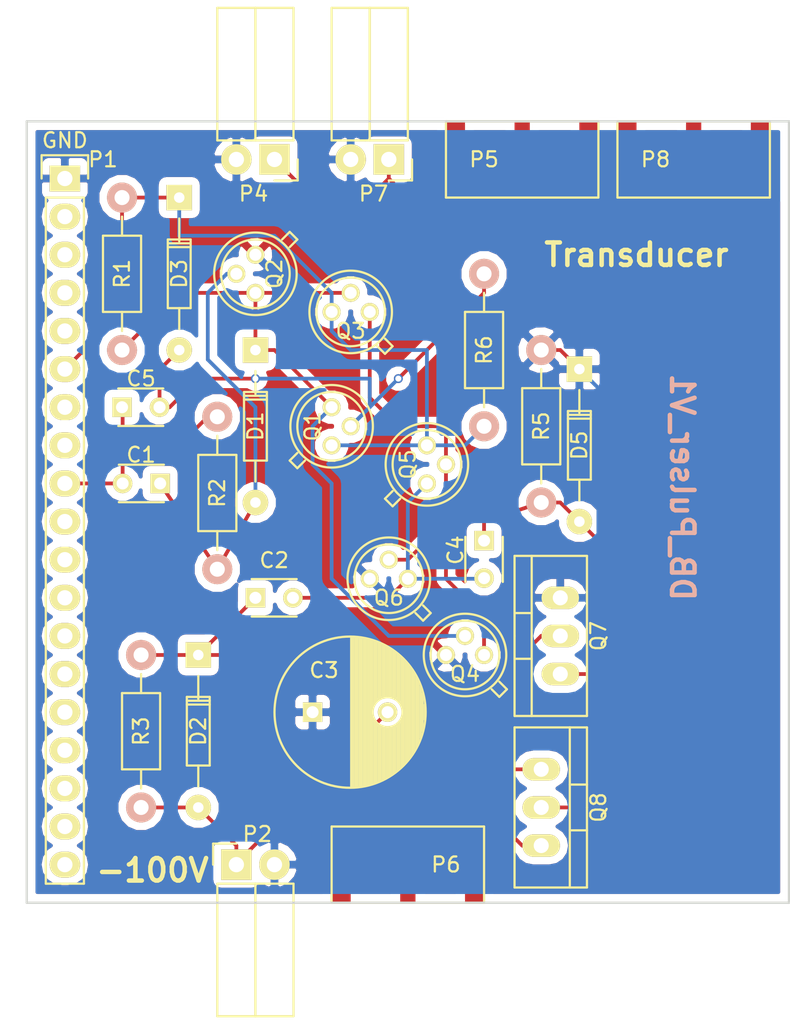
<source format=kicad_pcb>
(kicad_pcb (version 4) (host pcbnew 4.0.4+e1-6308~48~ubuntu16.04.1-stable)

  (general
    (links 58)
    (no_connects 2)
    (area 37.511667 69.184999 90.245001 137.825001)
    (thickness 1.6)
    (drawings 7)
    (tracks 142)
    (zones 0)
    (modules 29)
    (nets 13)
  )

  (page A4)
  (layers
    (0 F.Cu signal)
    (31 B.Cu signal)
    (32 B.Adhes user)
    (33 F.Adhes user)
    (34 B.Paste user)
    (35 F.Paste user)
    (36 B.SilkS user)
    (37 F.SilkS user)
    (38 B.Mask user)
    (39 F.Mask user)
    (40 Dwgs.User user)
    (41 Cmts.User user)
    (42 Eco1.User user)
    (43 Eco2.User user)
    (44 Edge.Cuts user)
    (45 Margin user)
    (46 B.CrtYd user)
    (47 F.CrtYd user)
    (48 B.Fab user)
    (49 F.Fab user)
  )

  (setup
    (last_trace_width 0.25)
    (trace_clearance 0.2)
    (zone_clearance 0.508)
    (zone_45_only no)
    (trace_min 0.2)
    (segment_width 0.2)
    (edge_width 0.15)
    (via_size 0.6)
    (via_drill 0.4)
    (via_min_size 0.4)
    (via_min_drill 0.3)
    (uvia_size 0.3)
    (uvia_drill 0.1)
    (uvias_allowed no)
    (uvia_min_size 0.2)
    (uvia_min_drill 0.1)
    (pcb_text_width 0.3)
    (pcb_text_size 1.5 1.5)
    (mod_edge_width 0.15)
    (mod_text_size 1 1)
    (mod_text_width 0.15)
    (pad_size 1.524 1.524)
    (pad_drill 0.762)
    (pad_to_mask_clearance 0.2)
    (aux_axis_origin 0 0)
    (visible_elements 7FFFFFFF)
    (pcbplotparams
      (layerselection 0x010f0_80000001)
      (usegerberextensions true)
      (excludeedgelayer true)
      (linewidth 0.100000)
      (plotframeref false)
      (viasonmask false)
      (mode 1)
      (useauxorigin false)
      (hpglpennumber 1)
      (hpglpenspeed 20)
      (hpglpendiameter 15)
      (hpglpenoverlay 2)
      (psnegative false)
      (psa4output false)
      (plotreference true)
      (plotvalue true)
      (plotinvisibletext false)
      (padsonsilk false)
      (subtractmaskfromsilk false)
      (outputformat 1)
      (mirror false)
      (drillshape 0)
      (scaleselection 1)
      (outputdirectory ../gerber/))
  )

  (net 0 "")
  (net 1 "Net-(C1-Pad1)")
  (net 2 "Net-(C1-Pad2)")
  (net 3 "Net-(C2-Pad1)")
  (net 4 "Net-(C2-Pad2)")
  (net 5 GND)
  (net 6 "Net-(C3-Pad2)")
  (net 7 "Net-(C4-Pad1)")
  (net 8 "Net-(C5-Pad2)")
  (net 9 "Net-(D1-Pad1)")
  (net 10 "Net-(D3-Pad1)")
  (net 11 "Net-(P4-Pad1)")
  (net 12 "Net-(Q3-Pad1)")

  (net_class Default "This is the default net class."
    (clearance 0.2)
    (trace_width 0.25)
    (via_dia 0.6)
    (via_drill 0.4)
    (uvia_dia 0.3)
    (uvia_drill 0.1)
    (add_net GND)
    (add_net "Net-(C1-Pad1)")
    (add_net "Net-(C1-Pad2)")
    (add_net "Net-(C2-Pad1)")
    (add_net "Net-(C2-Pad2)")
    (add_net "Net-(C3-Pad2)")
    (add_net "Net-(C4-Pad1)")
    (add_net "Net-(C5-Pad2)")
    (add_net "Net-(D1-Pad1)")
    (add_net "Net-(D3-Pad1)")
    (add_net "Net-(P4-Pad1)")
    (add_net "Net-(Q3-Pad1)")
  )

  (module Capacitors_ThroughHole:C_Disc_D3_P2.5 placed (layer F.Cu) (tedit 57B5C8A0) (tstamp 57B32B76)
    (at 48.26 101.6 180)
    (descr "Capacitor 3mm Disc, Pitch 2.5mm")
    (tags Capacitor)
    (path /5762AFD3)
    (fp_text reference C1 (at 1.27 1.905 180) (layer F.SilkS)
      (effects (font (size 1 1) (thickness 0.15)))
    )
    (fp_text value 100p (at 1.25 2.5 180) (layer F.Fab)
      (effects (font (size 1 1) (thickness 0.15)))
    )
    (fp_line (start -0.9 -1.5) (end 3.4 -1.5) (layer F.CrtYd) (width 0.05))
    (fp_line (start 3.4 -1.5) (end 3.4 1.5) (layer F.CrtYd) (width 0.05))
    (fp_line (start 3.4 1.5) (end -0.9 1.5) (layer F.CrtYd) (width 0.05))
    (fp_line (start -0.9 1.5) (end -0.9 -1.5) (layer F.CrtYd) (width 0.05))
    (fp_line (start -0.25 -1.25) (end 2.75 -1.25) (layer F.SilkS) (width 0.15))
    (fp_line (start 2.75 1.25) (end -0.25 1.25) (layer F.SilkS) (width 0.15))
    (pad 1 thru_hole rect (at 0 0 180) (size 1.3 1.3) (drill 0.8) (layers *.Cu *.Mask F.SilkS)
      (net 1 "Net-(C1-Pad1)"))
    (pad 2 thru_hole circle (at 2.5 0 180) (size 1.3 1.3) (drill 0.8001) (layers *.Cu *.Mask F.SilkS)
      (net 2 "Net-(C1-Pad2)"))
    (model Capacitors_ThroughHole.3dshapes/C_Disc_D3_P2.5.wrl
      (at (xyz 0.0492126 0 0))
      (scale (xyz 1 1 1))
      (rotate (xyz 0 0 0))
    )
  )

  (module Capacitors_ThroughHole:C_Disc_D3_P2.5 placed (layer F.Cu) (tedit 0) (tstamp 57B32B7C)
    (at 54.61 109.22)
    (descr "Capacitor 3mm Disc, Pitch 2.5mm")
    (tags Capacitor)
    (path /5767D1D8)
    (fp_text reference C2 (at 1.25 -2.5) (layer F.SilkS)
      (effects (font (size 1 1) (thickness 0.15)))
    )
    (fp_text value 100n (at 1.25 2.5) (layer F.Fab)
      (effects (font (size 1 1) (thickness 0.15)))
    )
    (fp_line (start -0.9 -1.5) (end 3.4 -1.5) (layer F.CrtYd) (width 0.05))
    (fp_line (start 3.4 -1.5) (end 3.4 1.5) (layer F.CrtYd) (width 0.05))
    (fp_line (start 3.4 1.5) (end -0.9 1.5) (layer F.CrtYd) (width 0.05))
    (fp_line (start -0.9 1.5) (end -0.9 -1.5) (layer F.CrtYd) (width 0.05))
    (fp_line (start -0.25 -1.25) (end 2.75 -1.25) (layer F.SilkS) (width 0.15))
    (fp_line (start 2.75 1.25) (end -0.25 1.25) (layer F.SilkS) (width 0.15))
    (pad 1 thru_hole rect (at 0 0) (size 1.3 1.3) (drill 0.8) (layers *.Cu *.Mask F.SilkS)
      (net 3 "Net-(C2-Pad1)"))
    (pad 2 thru_hole circle (at 2.5 0) (size 1.3 1.3) (drill 0.8001) (layers *.Cu *.Mask F.SilkS)
      (net 4 "Net-(C2-Pad2)"))
    (model Capacitors_ThroughHole.3dshapes/C_Disc_D3_P2.5.wrl
      (at (xyz 0.0492126 0 0))
      (scale (xyz 1 1 1))
      (rotate (xyz 0 0 0))
    )
  )

  (module Capacitors_ThroughHole:C_Radial_D10_L13_P5 placed (layer F.Cu) (tedit 580E069F) (tstamp 57B32B82)
    (at 58.42 116.84)
    (descr "Radial Electrolytic Capacitor Diameter 10mm x Length 13mm, Pitch 5mm")
    (tags "Electrolytic Capacitor")
    (path /57B32D09)
    (fp_text reference C3 (at 0.762 -2.794) (layer F.SilkS)
      (effects (font (size 1 1) (thickness 0.15)))
    )
    (fp_text value 33u (at 2.5 6.3) (layer F.Fab)
      (effects (font (size 1 1) (thickness 0.15)))
    )
    (fp_line (start 2.575 -4.999) (end 2.575 4.999) (layer F.SilkS) (width 0.15))
    (fp_line (start 2.715 -4.995) (end 2.715 4.995) (layer F.SilkS) (width 0.15))
    (fp_line (start 2.855 -4.987) (end 2.855 4.987) (layer F.SilkS) (width 0.15))
    (fp_line (start 2.995 -4.975) (end 2.995 4.975) (layer F.SilkS) (width 0.15))
    (fp_line (start 3.135 -4.96) (end 3.135 4.96) (layer F.SilkS) (width 0.15))
    (fp_line (start 3.275 -4.94) (end 3.275 4.94) (layer F.SilkS) (width 0.15))
    (fp_line (start 3.415 -4.916) (end 3.415 4.916) (layer F.SilkS) (width 0.15))
    (fp_line (start 3.555 -4.887) (end 3.555 4.887) (layer F.SilkS) (width 0.15))
    (fp_line (start 3.695 -4.855) (end 3.695 4.855) (layer F.SilkS) (width 0.15))
    (fp_line (start 3.835 -4.818) (end 3.835 4.818) (layer F.SilkS) (width 0.15))
    (fp_line (start 3.975 -4.777) (end 3.975 4.777) (layer F.SilkS) (width 0.15))
    (fp_line (start 4.115 -4.732) (end 4.115 -0.466) (layer F.SilkS) (width 0.15))
    (fp_line (start 4.115 0.466) (end 4.115 4.732) (layer F.SilkS) (width 0.15))
    (fp_line (start 4.255 -4.682) (end 4.255 -0.667) (layer F.SilkS) (width 0.15))
    (fp_line (start 4.255 0.667) (end 4.255 4.682) (layer F.SilkS) (width 0.15))
    (fp_line (start 4.395 -4.627) (end 4.395 -0.796) (layer F.SilkS) (width 0.15))
    (fp_line (start 4.395 0.796) (end 4.395 4.627) (layer F.SilkS) (width 0.15))
    (fp_line (start 4.535 -4.567) (end 4.535 -0.885) (layer F.SilkS) (width 0.15))
    (fp_line (start 4.535 0.885) (end 4.535 4.567) (layer F.SilkS) (width 0.15))
    (fp_line (start 4.675 -4.502) (end 4.675 -0.946) (layer F.SilkS) (width 0.15))
    (fp_line (start 4.675 0.946) (end 4.675 4.502) (layer F.SilkS) (width 0.15))
    (fp_line (start 4.815 -4.432) (end 4.815 -0.983) (layer F.SilkS) (width 0.15))
    (fp_line (start 4.815 0.983) (end 4.815 4.432) (layer F.SilkS) (width 0.15))
    (fp_line (start 4.955 -4.356) (end 4.955 -0.999) (layer F.SilkS) (width 0.15))
    (fp_line (start 4.955 0.999) (end 4.955 4.356) (layer F.SilkS) (width 0.15))
    (fp_line (start 5.095 -4.274) (end 5.095 -0.995) (layer F.SilkS) (width 0.15))
    (fp_line (start 5.095 0.995) (end 5.095 4.274) (layer F.SilkS) (width 0.15))
    (fp_line (start 5.235 -4.186) (end 5.235 -0.972) (layer F.SilkS) (width 0.15))
    (fp_line (start 5.235 0.972) (end 5.235 4.186) (layer F.SilkS) (width 0.15))
    (fp_line (start 5.375 -4.091) (end 5.375 -0.927) (layer F.SilkS) (width 0.15))
    (fp_line (start 5.375 0.927) (end 5.375 4.091) (layer F.SilkS) (width 0.15))
    (fp_line (start 5.515 -3.989) (end 5.515 -0.857) (layer F.SilkS) (width 0.15))
    (fp_line (start 5.515 0.857) (end 5.515 3.989) (layer F.SilkS) (width 0.15))
    (fp_line (start 5.655 -3.879) (end 5.655 -0.756) (layer F.SilkS) (width 0.15))
    (fp_line (start 5.655 0.756) (end 5.655 3.879) (layer F.SilkS) (width 0.15))
    (fp_line (start 5.795 -3.761) (end 5.795 -0.607) (layer F.SilkS) (width 0.15))
    (fp_line (start 5.795 0.607) (end 5.795 3.761) (layer F.SilkS) (width 0.15))
    (fp_line (start 5.935 -3.633) (end 5.935 -0.355) (layer F.SilkS) (width 0.15))
    (fp_line (start 5.935 0.355) (end 5.935 3.633) (layer F.SilkS) (width 0.15))
    (fp_line (start 6.075 -3.496) (end 6.075 3.496) (layer F.SilkS) (width 0.15))
    (fp_line (start 6.215 -3.346) (end 6.215 3.346) (layer F.SilkS) (width 0.15))
    (fp_line (start 6.355 -3.184) (end 6.355 3.184) (layer F.SilkS) (width 0.15))
    (fp_line (start 6.495 -3.007) (end 6.495 3.007) (layer F.SilkS) (width 0.15))
    (fp_line (start 6.635 -2.811) (end 6.635 2.811) (layer F.SilkS) (width 0.15))
    (fp_line (start 6.775 -2.593) (end 6.775 2.593) (layer F.SilkS) (width 0.15))
    (fp_line (start 6.915 -2.347) (end 6.915 2.347) (layer F.SilkS) (width 0.15))
    (fp_line (start 7.055 -2.062) (end 7.055 2.062) (layer F.SilkS) (width 0.15))
    (fp_line (start 7.195 -1.72) (end 7.195 1.72) (layer F.SilkS) (width 0.15))
    (fp_line (start 7.335 -1.274) (end 7.335 1.274) (layer F.SilkS) (width 0.15))
    (fp_line (start 7.475 -0.499) (end 7.475 0.499) (layer F.SilkS) (width 0.15))
    (fp_circle (center 5 0) (end 5 -1) (layer F.SilkS) (width 0.15))
    (fp_circle (center 2.5 0) (end 2.5 -5.0375) (layer F.SilkS) (width 0.15))
    (fp_circle (center 2.5 0) (end 2.5 -5.3) (layer F.CrtYd) (width 0.05))
    (pad 1 thru_hole rect (at 0 0) (size 1.3 1.3) (drill 0.8) (layers *.Cu *.Mask F.SilkS)
      (net 5 GND))
    (pad 2 thru_hole circle (at 5 0) (size 1.3 1.3) (drill 0.8) (layers *.Cu *.Mask F.SilkS)
      (net 6 "Net-(C3-Pad2)"))
    (model Capacitors_ThroughHole.3dshapes/C_Radial_D10_L13_P5.wrl
      (at (xyz 0.0984252 0 0))
      (scale (xyz 1 1 1))
      (rotate (xyz 0 0 90))
    )
  )

  (module Capacitors_ThroughHole:C_Disc_D3_P2.5 placed (layer F.Cu) (tedit 57B5C905) (tstamp 57B32B88)
    (at 69.85 105.41 270)
    (descr "Capacitor 3mm Disc, Pitch 2.5mm")
    (tags Capacitor)
    (path /5767D253)
    (fp_text reference C4 (at 0.635 1.905 270) (layer F.SilkS)
      (effects (font (size 1 1) (thickness 0.15)))
    )
    (fp_text value 100n (at 1.25 2.5 270) (layer F.Fab)
      (effects (font (size 1 1) (thickness 0.15)))
    )
    (fp_line (start -0.9 -1.5) (end 3.4 -1.5) (layer F.CrtYd) (width 0.05))
    (fp_line (start 3.4 -1.5) (end 3.4 1.5) (layer F.CrtYd) (width 0.05))
    (fp_line (start 3.4 1.5) (end -0.9 1.5) (layer F.CrtYd) (width 0.05))
    (fp_line (start -0.9 1.5) (end -0.9 -1.5) (layer F.CrtYd) (width 0.05))
    (fp_line (start -0.25 -1.25) (end 2.75 -1.25) (layer F.SilkS) (width 0.15))
    (fp_line (start 2.75 1.25) (end -0.25 1.25) (layer F.SilkS) (width 0.15))
    (pad 1 thru_hole rect (at 0 0 270) (size 1.3 1.3) (drill 0.8) (layers *.Cu *.Mask F.SilkS)
      (net 7 "Net-(C4-Pad1)"))
    (pad 2 thru_hole circle (at 2.5 0 270) (size 1.3 1.3) (drill 0.8001) (layers *.Cu *.Mask F.SilkS)
      (net 4 "Net-(C2-Pad2)"))
    (model Capacitors_ThroughHole.3dshapes/C_Disc_D3_P2.5.wrl
      (at (xyz 0.0492126 0 0))
      (scale (xyz 1 1 1))
      (rotate (xyz 0 0 0))
    )
  )

  (module Capacitors_ThroughHole:C_Disc_D3_P2.5 placed (layer F.Cu) (tedit 57B5C89B) (tstamp 57B32B8E)
    (at 45.72 96.52)
    (descr "Capacitor 3mm Disc, Pitch 2.5mm")
    (tags Capacitor)
    (path /5762B0B6)
    (fp_text reference C5 (at 1.27 -1.905) (layer F.SilkS)
      (effects (font (size 1 1) (thickness 0.15)))
    )
    (fp_text value 220p (at 1.25 2.5) (layer F.Fab)
      (effects (font (size 1 1) (thickness 0.15)))
    )
    (fp_line (start -0.9 -1.5) (end 3.4 -1.5) (layer F.CrtYd) (width 0.05))
    (fp_line (start 3.4 -1.5) (end 3.4 1.5) (layer F.CrtYd) (width 0.05))
    (fp_line (start 3.4 1.5) (end -0.9 1.5) (layer F.CrtYd) (width 0.05))
    (fp_line (start -0.9 1.5) (end -0.9 -1.5) (layer F.CrtYd) (width 0.05))
    (fp_line (start -0.25 -1.25) (end 2.75 -1.25) (layer F.SilkS) (width 0.15))
    (fp_line (start 2.75 1.25) (end -0.25 1.25) (layer F.SilkS) (width 0.15))
    (pad 1 thru_hole rect (at 0 0) (size 1.3 1.3) (drill 0.8) (layers *.Cu *.Mask F.SilkS)
      (net 2 "Net-(C1-Pad2)"))
    (pad 2 thru_hole circle (at 2.5 0) (size 1.3 1.3) (drill 0.8001) (layers *.Cu *.Mask F.SilkS)
      (net 8 "Net-(C5-Pad2)"))
    (model Capacitors_ThroughHole.3dshapes/C_Disc_D3_P2.5.wrl
      (at (xyz 0.0492126 0 0))
      (scale (xyz 1 1 1))
      (rotate (xyz 0 0 0))
    )
  )

  (module Socket_Strips:Socket_Strip_Angled_1x02 placed (layer F.Cu) (tedit 580E0660) (tstamp 57B32BC9)
    (at 53.34 127)
    (descr "Through hole socket strip")
    (tags "socket strip")
    (path /57A8ABE5)
    (fp_text reference P2 (at 1.397 -2.032) (layer F.SilkS)
      (effects (font (size 1 1) (thickness 0.15)))
    )
    (fp_text value CONN_01X02 (at 0 -2.75) (layer F.Fab)
      (effects (font (size 1 1) (thickness 0.15)))
    )
    (fp_line (start -1.75 -1.5) (end -1.75 10.6) (layer F.CrtYd) (width 0.05))
    (fp_line (start 4.3 -1.5) (end 4.3 10.6) (layer F.CrtYd) (width 0.05))
    (fp_line (start -1.75 -1.5) (end 4.3 -1.5) (layer F.CrtYd) (width 0.05))
    (fp_line (start -1.75 10.6) (end 4.3 10.6) (layer F.CrtYd) (width 0.05))
    (fp_line (start 3.81 10.1) (end 3.81 1.27) (layer F.SilkS) (width 0.15))
    (fp_line (start 1.27 10.1) (end 3.81 10.1) (layer F.SilkS) (width 0.15))
    (fp_line (start 1.27 1.27) (end 1.27 10.1) (layer F.SilkS) (width 0.15))
    (fp_line (start 1.27 1.27) (end 3.81 1.27) (layer F.SilkS) (width 0.15))
    (fp_line (start -1.27 1.27) (end 1.27 1.27) (layer F.SilkS) (width 0.15))
    (fp_line (start 0 -1.4) (end -1.55 -1.4) (layer F.SilkS) (width 0.15))
    (fp_line (start -1.55 -1.4) (end -1.55 0) (layer F.SilkS) (width 0.15))
    (fp_line (start -1.27 1.27) (end -1.27 10.1) (layer F.SilkS) (width 0.15))
    (fp_line (start -1.27 10.1) (end 1.27 10.1) (layer F.SilkS) (width 0.15))
    (fp_line (start 1.27 10.1) (end 1.27 1.27) (layer F.SilkS) (width 0.15))
    (pad 1 thru_hole rect (at 0 0) (size 2.032 2.032) (drill 1.016) (layers *.Cu *.Mask F.SilkS)
      (net 6 "Net-(C3-Pad2)"))
    (pad 2 thru_hole oval (at 2.54 0) (size 2.032 2.032) (drill 1.016) (layers *.Cu *.Mask F.SilkS)
      (net 5 GND))
    (model Socket_Strips.3dshapes/Socket_Strip_Angled_1x02.wrl
      (at (xyz 0.05 0 0))
      (scale (xyz 1 1 1))
      (rotate (xyz 0 0 180))
    )
  )

  (module Socket_Strips:Socket_Strip_Angled_1x02 placed (layer F.Cu) (tedit 580E0678) (tstamp 57B32BE6)
    (at 55.88 80.01 180)
    (descr "Through hole socket strip")
    (tags "socket strip")
    (path /57B327AA)
    (fp_text reference P4 (at 1.397 -2.286 180) (layer F.SilkS)
      (effects (font (size 1 1) (thickness 0.15)))
    )
    (fp_text value CONN_01X02 (at 0 -2.75 180) (layer F.Fab)
      (effects (font (size 1 1) (thickness 0.15)))
    )
    (fp_line (start -1.75 -1.5) (end -1.75 10.6) (layer F.CrtYd) (width 0.05))
    (fp_line (start 4.3 -1.5) (end 4.3 10.6) (layer F.CrtYd) (width 0.05))
    (fp_line (start -1.75 -1.5) (end 4.3 -1.5) (layer F.CrtYd) (width 0.05))
    (fp_line (start -1.75 10.6) (end 4.3 10.6) (layer F.CrtYd) (width 0.05))
    (fp_line (start 3.81 10.1) (end 3.81 1.27) (layer F.SilkS) (width 0.15))
    (fp_line (start 1.27 10.1) (end 3.81 10.1) (layer F.SilkS) (width 0.15))
    (fp_line (start 1.27 1.27) (end 1.27 10.1) (layer F.SilkS) (width 0.15))
    (fp_line (start 1.27 1.27) (end 3.81 1.27) (layer F.SilkS) (width 0.15))
    (fp_line (start -1.27 1.27) (end 1.27 1.27) (layer F.SilkS) (width 0.15))
    (fp_line (start 0 -1.4) (end -1.55 -1.4) (layer F.SilkS) (width 0.15))
    (fp_line (start -1.55 -1.4) (end -1.55 0) (layer F.SilkS) (width 0.15))
    (fp_line (start -1.27 1.27) (end -1.27 10.1) (layer F.SilkS) (width 0.15))
    (fp_line (start -1.27 10.1) (end 1.27 10.1) (layer F.SilkS) (width 0.15))
    (fp_line (start 1.27 10.1) (end 1.27 1.27) (layer F.SilkS) (width 0.15))
    (pad 1 thru_hole rect (at 0 0 180) (size 2.032 2.032) (drill 1.016) (layers *.Cu *.Mask F.SilkS)
      (net 11 "Net-(P4-Pad1)"))
    (pad 2 thru_hole oval (at 2.54 0 180) (size 2.032 2.032) (drill 1.016) (layers *.Cu *.Mask F.SilkS)
      (net 5 GND))
    (model Socket_Strips.3dshapes/Socket_Strip_Angled_1x02.wrl
      (at (xyz 0.05 0 0))
      (scale (xyz 1 1 1))
      (rotate (xyz 0 0 180))
    )
  )

  (module TO_SOT_Packages_THT:TO-220_Neutral123_Vertical placed (layer F.Cu) (tedit 57B5C936) (tstamp 57B32C20)
    (at 74.93 111.76 90)
    (descr "TO-220, Neutral, Vertical,")
    (tags "TO-220, Neutral, Vertical,")
    (path /5767E49B)
    (fp_text reference Q7 (at 0 2.54 90) (layer F.SilkS)
      (effects (font (size 1 1) (thickness 0.15)))
    )
    (fp_text value IRF9610 (at 0 3.81 90) (layer F.Fab)
      (effects (font (size 1 1) (thickness 0.15)))
    )
    (fp_line (start -1.524 -3.048) (end -1.524 -1.905) (layer F.SilkS) (width 0.15))
    (fp_line (start 1.524 -3.048) (end 1.524 -1.905) (layer F.SilkS) (width 0.15))
    (fp_line (start 5.334 -1.905) (end 5.334 1.778) (layer F.SilkS) (width 0.15))
    (fp_line (start 5.334 1.778) (end -5.334 1.778) (layer F.SilkS) (width 0.15))
    (fp_line (start -5.334 1.778) (end -5.334 -1.905) (layer F.SilkS) (width 0.15))
    (fp_line (start 5.334 -3.048) (end 5.334 -1.905) (layer F.SilkS) (width 0.15))
    (fp_line (start 5.334 -1.905) (end -5.334 -1.905) (layer F.SilkS) (width 0.15))
    (fp_line (start -5.334 -1.905) (end -5.334 -3.048) (layer F.SilkS) (width 0.15))
    (fp_line (start 0 -3.048) (end -5.334 -3.048) (layer F.SilkS) (width 0.15))
    (fp_line (start 0 -3.048) (end 5.334 -3.048) (layer F.SilkS) (width 0.15))
    (pad 2 thru_hole oval (at 0 0 180) (size 2.49936 1.50114) (drill 1.00076) (layers *.Cu *.Mask F.SilkS)
      (net 11 "Net-(P4-Pad1)"))
    (pad 1 thru_hole oval (at -2.54 0 180) (size 2.49936 1.50114) (drill 1.00076) (layers *.Cu *.Mask F.SilkS)
      (net 7 "Net-(C4-Pad1)"))
    (pad 3 thru_hole oval (at 2.54 0 180) (size 2.49936 1.50114) (drill 1.00076) (layers *.Cu *.Mask F.SilkS)
      (net 5 GND))
    (model TO_SOT_Packages_THT.3dshapes/TO-220_Neutral123_Vertical.wrl
      (at (xyz 0 0 0))
      (scale (xyz 0.3937 0.3937 0.3937))
      (rotate (xyz 0 0 0))
    )
  )

  (module TO_SOT_Packages_THT:TO-220_Neutral123_Vertical placed (layer F.Cu) (tedit 57B5C93C) (tstamp 57B32C27)
    (at 73.66 123.19 270)
    (descr "TO-220, Neutral, Vertical,")
    (tags "TO-220, Neutral, Vertical,")
    (path /5767EA48)
    (fp_text reference Q8 (at 0 -3.81 270) (layer F.SilkS)
      (effects (font (size 1 1) (thickness 0.15)))
    )
    (fp_text value IRF610 (at 0 3.81 270) (layer F.Fab)
      (effects (font (size 1 1) (thickness 0.15)))
    )
    (fp_line (start -1.524 -3.048) (end -1.524 -1.905) (layer F.SilkS) (width 0.15))
    (fp_line (start 1.524 -3.048) (end 1.524 -1.905) (layer F.SilkS) (width 0.15))
    (fp_line (start 5.334 -1.905) (end 5.334 1.778) (layer F.SilkS) (width 0.15))
    (fp_line (start 5.334 1.778) (end -5.334 1.778) (layer F.SilkS) (width 0.15))
    (fp_line (start -5.334 1.778) (end -5.334 -1.905) (layer F.SilkS) (width 0.15))
    (fp_line (start 5.334 -3.048) (end 5.334 -1.905) (layer F.SilkS) (width 0.15))
    (fp_line (start 5.334 -1.905) (end -5.334 -1.905) (layer F.SilkS) (width 0.15))
    (fp_line (start -5.334 -1.905) (end -5.334 -3.048) (layer F.SilkS) (width 0.15))
    (fp_line (start 0 -3.048) (end -5.334 -3.048) (layer F.SilkS) (width 0.15))
    (fp_line (start 0 -3.048) (end 5.334 -3.048) (layer F.SilkS) (width 0.15))
    (pad 2 thru_hole oval (at 0 0) (size 2.49936 1.50114) (drill 1.00076) (layers *.Cu *.Mask F.SilkS)
      (net 11 "Net-(P4-Pad1)"))
    (pad 1 thru_hole oval (at -2.54 0) (size 2.49936 1.50114) (drill 1.00076) (layers *.Cu *.Mask F.SilkS)
      (net 3 "Net-(C2-Pad1)"))
    (pad 3 thru_hole oval (at 2.54 0) (size 2.49936 1.50114) (drill 1.00076) (layers *.Cu *.Mask F.SilkS)
      (net 6 "Net-(C3-Pad2)"))
    (model TO_SOT_Packages_THT.3dshapes/TO-220_Neutral123_Vertical.wrl
      (at (xyz 0 0 0))
      (scale (xyz 0.3937 0.3937 0.3937))
      (rotate (xyz 0 0 0))
    )
  )

  (module Socket_Strips:Socket_Strip_Angled_1x02 (layer F.Cu) (tedit 580E0674) (tstamp 57B6CC4A)
    (at 63.5 80.01 180)
    (descr "Through hole socket strip")
    (tags "socket strip")
    (path /57B6C51F)
    (fp_text reference P7 (at 1.016 -2.286 180) (layer F.SilkS)
      (effects (font (size 1 1) (thickness 0.15)))
    )
    (fp_text value CONN_01X02 (at 0 -2.75 180) (layer F.Fab)
      (effects (font (size 1 1) (thickness 0.15)))
    )
    (fp_line (start -1.75 -1.5) (end -1.75 10.6) (layer F.CrtYd) (width 0.05))
    (fp_line (start 4.3 -1.5) (end 4.3 10.6) (layer F.CrtYd) (width 0.05))
    (fp_line (start -1.75 -1.5) (end 4.3 -1.5) (layer F.CrtYd) (width 0.05))
    (fp_line (start -1.75 10.6) (end 4.3 10.6) (layer F.CrtYd) (width 0.05))
    (fp_line (start 3.81 10.1) (end 3.81 1.27) (layer F.SilkS) (width 0.15))
    (fp_line (start 1.27 10.1) (end 3.81 10.1) (layer F.SilkS) (width 0.15))
    (fp_line (start 1.27 1.27) (end 1.27 10.1) (layer F.SilkS) (width 0.15))
    (fp_line (start 1.27 1.27) (end 3.81 1.27) (layer F.SilkS) (width 0.15))
    (fp_line (start -1.27 1.27) (end 1.27 1.27) (layer F.SilkS) (width 0.15))
    (fp_line (start 0 -1.4) (end -1.55 -1.4) (layer F.SilkS) (width 0.15))
    (fp_line (start -1.55 -1.4) (end -1.55 0) (layer F.SilkS) (width 0.15))
    (fp_line (start -1.27 1.27) (end -1.27 10.1) (layer F.SilkS) (width 0.15))
    (fp_line (start -1.27 10.1) (end 1.27 10.1) (layer F.SilkS) (width 0.15))
    (fp_line (start 1.27 10.1) (end 1.27 1.27) (layer F.SilkS) (width 0.15))
    (pad 1 thru_hole rect (at 0 0 180) (size 2.032 2.032) (drill 1.016) (layers *.Cu *.Mask F.SilkS)
      (net 11 "Net-(P4-Pad1)"))
    (pad 2 thru_hole oval (at 2.54 0 180) (size 2.032 2.032) (drill 1.016) (layers *.Cu *.Mask F.SilkS)
      (net 5 GND))
    (model Socket_Strips.3dshapes/Socket_Strip_Angled_1x02.wrl
      (at (xyz 0.05 0 0))
      (scale (xyz 1 1 1))
      (rotate (xyz 0 0 180))
    )
  )

  (module Echopen:SMA (layer F.Cu) (tedit 57B6CD4E) (tstamp 57B32BEF)
    (at 72.39 80.01 180)
    (path /57B32829)
    (fp_text reference P5 (at 2.54 0 180) (layer F.SilkS)
      (effects (font (size 1 1) (thickness 0.15)))
    )
    (fp_text value SMA (at -2.54 0 180) (layer F.Fab)
      (effects (font (size 1 1) (thickness 0.15)))
    )
    (fp_line (start -5.08 -2.54) (end 5.08 -2.54) (layer F.SilkS) (width 0.15))
    (fp_line (start 5.08 -2.54) (end 5.08 2.54) (layer F.SilkS) (width 0.15))
    (fp_line (start 5.08 2.54) (end -5.08 2.54) (layer F.SilkS) (width 0.15))
    (fp_line (start -5.08 2.54) (end -5.08 -2.54) (layer F.SilkS) (width 0.15))
    (pad 2 smd rect (at -5.08 0 180) (size 1.27 5.08) (drill (offset 0.635 0)) (layers *.Paste *.Mask F.Cu)
      (net 5 GND))
    (pad 2 smd rect (at 5.08 0 180) (size 1.27 5.08) (drill (offset -0.635 0)) (layers *.Paste *.Mask F.Cu)
      (net 5 GND))
    (pad 1 smd rect (at 0 0 180) (size 1.016 5.08) (layers F.Cu F.Paste F.Mask)
      (net 11 "Net-(P4-Pad1)"))
    (model ../../../../../home/echopen/Bureau/GitHub/electronic/kicad/Librairy/3d/sma_90_r300.124.403.wrl
      (at (xyz 0 -0.15 0))
      (scale (xyz 0.9 0.9 0.9))
      (rotate (xyz 0 0 0))
    )
  )

  (module Echopen:SMA (layer F.Cu) (tedit 57B6CD4E) (tstamp 57B5CAC7)
    (at 64.77 127)
    (path /57B5CB16)
    (fp_text reference P6 (at 2.54 0) (layer F.SilkS)
      (effects (font (size 1 1) (thickness 0.15)))
    )
    (fp_text value SMA (at -2.54 0) (layer F.Fab)
      (effects (font (size 1 1) (thickness 0.15)))
    )
    (fp_line (start -5.08 -2.54) (end 5.08 -2.54) (layer F.SilkS) (width 0.15))
    (fp_line (start 5.08 -2.54) (end 5.08 2.54) (layer F.SilkS) (width 0.15))
    (fp_line (start 5.08 2.54) (end -5.08 2.54) (layer F.SilkS) (width 0.15))
    (fp_line (start -5.08 2.54) (end -5.08 -2.54) (layer F.SilkS) (width 0.15))
    (pad 2 smd rect (at -5.08 0) (size 1.27 5.08) (drill (offset 0.635 0)) (layers *.Paste *.Mask F.Cu)
      (net 5 GND))
    (pad 2 smd rect (at 5.08 0) (size 1.27 5.08) (drill (offset -0.635 0)) (layers *.Paste *.Mask F.Cu)
      (net 5 GND))
    (pad 1 smd rect (at 0 0) (size 1.016 5.08) (layers F.Cu F.Paste F.Mask)
      (net 6 "Net-(C3-Pad2)"))
    (model ../../../../../home/echopen/Bureau/GitHub/electronic/kicad/Librairy/3d/sma_90_r300.124.403.wrl
      (at (xyz 0 -0.15 0))
      (scale (xyz 0.9 0.9 0.9))
      (rotate (xyz 0 0 0))
    )
  )

  (module Echopen:SMA (layer F.Cu) (tedit 57B6CD4E) (tstamp 57B6CC57)
    (at 83.82 80.01 180)
    (path /57B6C760)
    (fp_text reference P8 (at 2.54 0 180) (layer F.SilkS)
      (effects (font (size 1 1) (thickness 0.15)))
    )
    (fp_text value SMA (at -2.54 0 180) (layer F.Fab)
      (effects (font (size 1 1) (thickness 0.15)))
    )
    (fp_line (start -5.08 -2.54) (end 5.08 -2.54) (layer F.SilkS) (width 0.15))
    (fp_line (start 5.08 -2.54) (end 5.08 2.54) (layer F.SilkS) (width 0.15))
    (fp_line (start 5.08 2.54) (end -5.08 2.54) (layer F.SilkS) (width 0.15))
    (fp_line (start -5.08 2.54) (end -5.08 -2.54) (layer F.SilkS) (width 0.15))
    (pad 2 smd rect (at -5.08 0 180) (size 1.27 5.08) (drill (offset 0.635 0)) (layers *.Paste *.Mask F.Cu)
      (net 5 GND))
    (pad 2 smd rect (at 5.08 0 180) (size 1.27 5.08) (drill (offset -0.635 0)) (layers *.Paste *.Mask F.Cu)
      (net 5 GND))
    (pad 1 smd rect (at 0 0 180) (size 1.016 5.08) (layers F.Cu F.Paste F.Mask)
      (net 11 "Net-(P4-Pad1)"))
    (model ../../../../../home/echopen/Bureau/GitHub/electronic/kicad/Librairy/3d/sma_90_r300.124.403.wrl
      (at (xyz 0 -0.15 0))
      (scale (xyz 0.9 0.9 0.9))
      (rotate (xyz 0 0 0))
    )
  )

  (module Echopen:Header_pin_angled_1x19 (layer F.Cu) (tedit 57BD9303) (tstamp 57B32BC3)
    (at 41.91 104.14)
    (descr "Through hole socket strip")
    (tags "socket strip")
    (path /57A89E14)
    (fp_text reference P1 (at 2.54 -24.13) (layer F.SilkS)
      (effects (font (size 1 1) (thickness 0.15)))
    )
    (fp_text value CONN_01X19 (at 0.635 26.035) (layer F.Fab)
      (effects (font (size 1 1) (thickness 0.15)))
    )
    (fp_text user GND (at 0 -25.4) (layer F.SilkS)
      (effects (font (size 1 1) (thickness 0.15)))
    )
    (fp_line (start 1.75 -24.61) (end -1.75 -24.61) (layer F.CrtYd) (width 0.05))
    (fp_line (start 1.75 24.64) (end -1.75 24.64) (layer F.CrtYd) (width 0.05))
    (fp_line (start 1.75 -24.61) (end 1.75 24.64) (layer F.CrtYd) (width 0.05))
    (fp_line (start -1.75 -24.61) (end -1.75 24.64) (layer F.CrtYd) (width 0.05))
    (fp_line (start -1.27 -21.59) (end -1.27 24.13) (layer F.SilkS) (width 0.15))
    (fp_line (start -1.27 24.13) (end 1.27 24.13) (layer F.SilkS) (width 0.15))
    (fp_line (start 1.27 24.13) (end 1.27 -21.59) (layer F.SilkS) (width 0.15))
    (fp_line (start -1.55 -24.41) (end -1.55 -22.86) (layer F.SilkS) (width 0.15))
    (fp_line (start -1.27 -21.59) (end 1.27 -21.59) (layer F.SilkS) (width 0.15))
    (fp_line (start 1.55 -22.86) (end 1.55 -24.41) (layer F.SilkS) (width 0.15))
    (fp_line (start 1.55 -24.41) (end -1.55 -24.41) (layer F.SilkS) (width 0.15))
    (pad 1 thru_hole rect (at 0 -22.86 270) (size 1.7272 2.032) (drill 1.016) (layers *.Cu *.Mask F.SilkS)
      (net 5 GND))
    (pad 2 thru_hole oval (at 0 -20.32 270) (size 1.7272 2.032) (drill 1.016) (layers *.Cu *.Mask F.SilkS))
    (pad 3 thru_hole oval (at 0 -17.78 270) (size 1.7272 2.032) (drill 1.016) (layers *.Cu *.Mask F.SilkS))
    (pad 4 thru_hole oval (at 0 -15.24 270) (size 1.7272 2.032) (drill 1.016) (layers *.Cu *.Mask F.SilkS))
    (pad 5 thru_hole oval (at 0 -12.7 270) (size 1.7272 2.032) (drill 1.016) (layers *.Cu *.Mask F.SilkS))
    (pad 6 thru_hole oval (at 0 -10.16 270) (size 1.7272 2.032) (drill 1.016) (layers *.Cu *.Mask F.SilkS)
      (net 10 "Net-(D3-Pad1)"))
    (pad 7 thru_hole oval (at 0 -7.62 270) (size 1.7272 2.032) (drill 1.016) (layers *.Cu *.Mask F.SilkS))
    (pad 8 thru_hole oval (at 0 -5.08 270) (size 1.7272 2.032) (drill 1.016) (layers *.Cu *.Mask F.SilkS))
    (pad 9 thru_hole oval (at 0 -2.54 270) (size 1.7272 2.032) (drill 1.016) (layers *.Cu *.Mask F.SilkS)
      (net 2 "Net-(C1-Pad2)"))
    (pad 10 thru_hole oval (at 0 0 270) (size 1.7272 2.032) (drill 1.016) (layers *.Cu *.Mask F.SilkS))
    (pad 11 thru_hole oval (at 0 2.54 270) (size 1.7272 2.032) (drill 1.016) (layers *.Cu *.Mask F.SilkS))
    (pad 12 thru_hole oval (at 0 5.08 270) (size 1.7272 2.032) (drill 1.016) (layers *.Cu *.Mask F.SilkS))
    (pad 13 thru_hole oval (at 0 7.62 270) (size 1.7272 2.032) (drill 1.016) (layers *.Cu *.Mask F.SilkS))
    (pad 14 thru_hole oval (at 0 10.16 270) (size 1.7272 2.032) (drill 1.016) (layers *.Cu *.Mask F.SilkS))
    (pad 15 thru_hole oval (at 0 12.7 270) (size 1.7272 2.032) (drill 1.016) (layers *.Cu *.Mask F.SilkS))
    (pad 16 thru_hole oval (at 0 15.24 270) (size 1.7272 2.032) (drill 1.016) (layers *.Cu *.Mask F.SilkS))
    (pad 17 thru_hole oval (at 0 17.78 270) (size 1.7272 2.032) (drill 1.016) (layers *.Cu *.Mask F.SilkS))
    (pad 18 thru_hole oval (at 0 20.32 270) (size 1.7272 2.032) (drill 1.016) (layers *.Cu *.Mask F.SilkS))
    (pad 19 thru_hole oval (at 0 22.86 270) (size 1.7272 2.032) (drill 1.016) (layers *.Cu *.Mask F.SilkS))
    (model Pin_Headers.3dshapes/Pin_Header_Angled_1x19.wrl
      (at (xyz 0 0 0))
      (scale (xyz 1 1 1))
      (rotate (xyz 0 0 -90))
    )
  )

  (module Echopen:Resistor_TH_common (layer F.Cu) (tedit 580DD939) (tstamp 57B32C45)
    (at 69.85 87.63 270)
    (descr "Resistor, Axial,  RM 10mm, 1/3W")
    (tags "Resistor Axial RM 10mm 1/3W")
    (path /5762B412)
    (fp_text reference R6 (at 5.08 0 270) (layer F.SilkS)
      (effects (font (size 1 1) (thickness 0.15)))
    )
    (fp_text value 100k (at 5.08 1.905 270) (layer F.Fab)
      (effects (font (size 1 1) (thickness 0.15)))
    )
    (fp_line (start -1.25 -1.5) (end 11.4 -1.5) (layer F.CrtYd) (width 0.05))
    (fp_line (start -1.25 1.5) (end -1.25 -1.5) (layer F.CrtYd) (width 0.05))
    (fp_line (start 11.4 -1.5) (end 11.4 1.5) (layer F.CrtYd) (width 0.05))
    (fp_line (start -1.25 1.5) (end 11.4 1.5) (layer F.CrtYd) (width 0.05))
    (fp_line (start 2.54 -1.27) (end 7.62 -1.27) (layer F.SilkS) (width 0.15))
    (fp_line (start 7.62 -1.27) (end 7.62 1.27) (layer F.SilkS) (width 0.15))
    (fp_line (start 7.62 1.27) (end 2.54 1.27) (layer F.SilkS) (width 0.15))
    (fp_line (start 2.54 1.27) (end 2.54 -1.27) (layer F.SilkS) (width 0.15))
    (fp_line (start 2.54 0) (end 1.27 0) (layer F.SilkS) (width 0.15))
    (fp_line (start 7.62 0) (end 8.89 0) (layer F.SilkS) (width 0.15))
    (pad 1 thru_hole circle (at 0 0 270) (size 1.99898 1.99898) (drill 1.00076) (layers *.Cu *.SilkS *.Mask)
      (net 8 "Net-(C5-Pad2)"))
    (pad 2 thru_hole circle (at 10.16 0 270) (size 1.99898 1.99898) (drill 1.00076) (layers *.Cu *.SilkS *.Mask)
      (net 10 "Net-(D3-Pad1)"))
    (model Resistors_ThroughHole.3dshapes/Resistor_Horizontal_RM10mm.wrl
      (at (xyz 0.2 0 0))
      (scale (xyz 0.4 0.4 0.4))
      (rotate (xyz 0 0 0))
    )
  )

  (module Echopen:Resistor_TH_common (layer F.Cu) (tedit 580DD939) (tstamp 57B32C3F)
    (at 73.66 92.71 270)
    (descr "Resistor, Axial,  RM 10mm, 1/3W")
    (tags "Resistor Axial RM 10mm 1/3W")
    (path /5767E1A7)
    (fp_text reference R5 (at 5.08 0 270) (layer F.SilkS)
      (effects (font (size 1 1) (thickness 0.15)))
    )
    (fp_text value 1M (at 5.08 1.905 270) (layer F.Fab)
      (effects (font (size 1 1) (thickness 0.15)))
    )
    (fp_line (start -1.25 -1.5) (end 11.4 -1.5) (layer F.CrtYd) (width 0.05))
    (fp_line (start -1.25 1.5) (end -1.25 -1.5) (layer F.CrtYd) (width 0.05))
    (fp_line (start 11.4 -1.5) (end 11.4 1.5) (layer F.CrtYd) (width 0.05))
    (fp_line (start -1.25 1.5) (end 11.4 1.5) (layer F.CrtYd) (width 0.05))
    (fp_line (start 2.54 -1.27) (end 7.62 -1.27) (layer F.SilkS) (width 0.15))
    (fp_line (start 7.62 -1.27) (end 7.62 1.27) (layer F.SilkS) (width 0.15))
    (fp_line (start 7.62 1.27) (end 2.54 1.27) (layer F.SilkS) (width 0.15))
    (fp_line (start 2.54 1.27) (end 2.54 -1.27) (layer F.SilkS) (width 0.15))
    (fp_line (start 2.54 0) (end 1.27 0) (layer F.SilkS) (width 0.15))
    (fp_line (start 7.62 0) (end 8.89 0) (layer F.SilkS) (width 0.15))
    (pad 1 thru_hole circle (at 0 0 270) (size 1.99898 1.99898) (drill 1.00076) (layers *.Cu *.SilkS *.Mask)
      (net 5 GND))
    (pad 2 thru_hole circle (at 10.16 0 270) (size 1.99898 1.99898) (drill 1.00076) (layers *.Cu *.SilkS *.Mask)
      (net 7 "Net-(C4-Pad1)"))
    (model Resistors_ThroughHole.3dshapes/Resistor_Horizontal_RM10mm.wrl
      (at (xyz 0.2 0 0))
      (scale (xyz 0.4 0.4 0.4))
      (rotate (xyz 0 0 0))
    )
  )

  (module Echopen:Resistor_TH_common (layer F.Cu) (tedit 580DD939) (tstamp 57B32C39)
    (at 46.99 113.03 270)
    (descr "Resistor, Axial,  RM 10mm, 1/3W")
    (tags "Resistor Axial RM 10mm 1/3W")
    (path /5767E21C)
    (fp_text reference R3 (at 5.08 0 270) (layer F.SilkS)
      (effects (font (size 1 1) (thickness 0.15)))
    )
    (fp_text value 1M (at 5.08 1.905 270) (layer F.Fab)
      (effects (font (size 1 1) (thickness 0.15)))
    )
    (fp_line (start -1.25 -1.5) (end 11.4 -1.5) (layer F.CrtYd) (width 0.05))
    (fp_line (start -1.25 1.5) (end -1.25 -1.5) (layer F.CrtYd) (width 0.05))
    (fp_line (start 11.4 -1.5) (end 11.4 1.5) (layer F.CrtYd) (width 0.05))
    (fp_line (start -1.25 1.5) (end 11.4 1.5) (layer F.CrtYd) (width 0.05))
    (fp_line (start 2.54 -1.27) (end 7.62 -1.27) (layer F.SilkS) (width 0.15))
    (fp_line (start 7.62 -1.27) (end 7.62 1.27) (layer F.SilkS) (width 0.15))
    (fp_line (start 7.62 1.27) (end 2.54 1.27) (layer F.SilkS) (width 0.15))
    (fp_line (start 2.54 1.27) (end 2.54 -1.27) (layer F.SilkS) (width 0.15))
    (fp_line (start 2.54 0) (end 1.27 0) (layer F.SilkS) (width 0.15))
    (fp_line (start 7.62 0) (end 8.89 0) (layer F.SilkS) (width 0.15))
    (pad 1 thru_hole circle (at 0 0 270) (size 1.99898 1.99898) (drill 1.00076) (layers *.Cu *.SilkS *.Mask)
      (net 3 "Net-(C2-Pad1)"))
    (pad 2 thru_hole circle (at 10.16 0 270) (size 1.99898 1.99898) (drill 1.00076) (layers *.Cu *.SilkS *.Mask)
      (net 6 "Net-(C3-Pad2)"))
    (model Resistors_ThroughHole.3dshapes/Resistor_Horizontal_RM10mm.wrl
      (at (xyz 0.2 0 0))
      (scale (xyz 0.4 0.4 0.4))
      (rotate (xyz 0 0 0))
    )
  )

  (module Echopen:Resistor_TH_common (layer F.Cu) (tedit 580DD939) (tstamp 57B32C33)
    (at 52.07 107.315 90)
    (descr "Resistor, Axial,  RM 10mm, 1/3W")
    (tags "Resistor Axial RM 10mm 1/3W")
    (path /5762AE47)
    (fp_text reference R2 (at 5.08 0 90) (layer F.SilkS)
      (effects (font (size 1 1) (thickness 0.15)))
    )
    (fp_text value 22 (at 5.08 1.905 90) (layer F.Fab)
      (effects (font (size 1 1) (thickness 0.15)))
    )
    (fp_line (start -1.25 -1.5) (end 11.4 -1.5) (layer F.CrtYd) (width 0.05))
    (fp_line (start -1.25 1.5) (end -1.25 -1.5) (layer F.CrtYd) (width 0.05))
    (fp_line (start 11.4 -1.5) (end 11.4 1.5) (layer F.CrtYd) (width 0.05))
    (fp_line (start -1.25 1.5) (end 11.4 1.5) (layer F.CrtYd) (width 0.05))
    (fp_line (start 2.54 -1.27) (end 7.62 -1.27) (layer F.SilkS) (width 0.15))
    (fp_line (start 7.62 -1.27) (end 7.62 1.27) (layer F.SilkS) (width 0.15))
    (fp_line (start 7.62 1.27) (end 2.54 1.27) (layer F.SilkS) (width 0.15))
    (fp_line (start 2.54 1.27) (end 2.54 -1.27) (layer F.SilkS) (width 0.15))
    (fp_line (start 2.54 0) (end 1.27 0) (layer F.SilkS) (width 0.15))
    (fp_line (start 7.62 0) (end 8.89 0) (layer F.SilkS) (width 0.15))
    (pad 1 thru_hole circle (at 0 0 90) (size 1.99898 1.99898) (drill 1.00076) (layers *.Cu *.SilkS *.Mask)
      (net 1 "Net-(C1-Pad1)"))
    (pad 2 thru_hole circle (at 10.16 0 90) (size 1.99898 1.99898) (drill 1.00076) (layers *.Cu *.SilkS *.Mask)
      (net 2 "Net-(C1-Pad2)"))
    (model Resistors_ThroughHole.3dshapes/Resistor_Horizontal_RM10mm.wrl
      (at (xyz 0.2 0 0))
      (scale (xyz 0.4 0.4 0.4))
      (rotate (xyz 0 0 0))
    )
  )

  (module Echopen:Resistor_TH_common (layer F.Cu) (tedit 580DD939) (tstamp 57B32C2D)
    (at 45.72 82.55 270)
    (descr "Resistor, Axial,  RM 10mm, 1/3W")
    (tags "Resistor Axial RM 10mm 1/3W")
    (path /5762B4D5)
    (fp_text reference R1 (at 5.08 0 270) (layer F.SilkS)
      (effects (font (size 1 1) (thickness 0.15)))
    )
    (fp_text value 1k (at 5.08 1.905 270) (layer F.Fab)
      (effects (font (size 1 1) (thickness 0.15)))
    )
    (fp_line (start -1.25 -1.5) (end 11.4 -1.5) (layer F.CrtYd) (width 0.05))
    (fp_line (start -1.25 1.5) (end -1.25 -1.5) (layer F.CrtYd) (width 0.05))
    (fp_line (start 11.4 -1.5) (end 11.4 1.5) (layer F.CrtYd) (width 0.05))
    (fp_line (start -1.25 1.5) (end 11.4 1.5) (layer F.CrtYd) (width 0.05))
    (fp_line (start 2.54 -1.27) (end 7.62 -1.27) (layer F.SilkS) (width 0.15))
    (fp_line (start 7.62 -1.27) (end 7.62 1.27) (layer F.SilkS) (width 0.15))
    (fp_line (start 7.62 1.27) (end 2.54 1.27) (layer F.SilkS) (width 0.15))
    (fp_line (start 2.54 1.27) (end 2.54 -1.27) (layer F.SilkS) (width 0.15))
    (fp_line (start 2.54 0) (end 1.27 0) (layer F.SilkS) (width 0.15))
    (fp_line (start 7.62 0) (end 8.89 0) (layer F.SilkS) (width 0.15))
    (pad 1 thru_hole circle (at 0 0 270) (size 1.99898 1.99898) (drill 1.00076) (layers *.Cu *.SilkS *.Mask)
      (net 10 "Net-(D3-Pad1)"))
    (pad 2 thru_hole circle (at 10.16 0 270) (size 1.99898 1.99898) (drill 1.00076) (layers *.Cu *.SilkS *.Mask)
      (net 9 "Net-(D1-Pad1)"))
    (model Resistors_ThroughHole.3dshapes/Resistor_Horizontal_RM10mm.wrl
      (at (xyz 0.2 0 0))
      (scale (xyz 0.4 0.4 0.4))
      (rotate (xyz 0 0 0))
    )
  )

  (module Echopen:D_TH_common (layer F.Cu) (tedit 580DD903) (tstamp 57B32B9D)
    (at 50.8 113.03 270)
    (descr "Diode, DO-35,  SOD27, Horizontal, RM 10mm")
    (tags "Diode, DO-35, SOD27, Horizontal, RM 10mm, 1N4148,")
    (path /5767D8BC)
    (fp_text reference D2 (at 5.08 0 270) (layer F.SilkS)
      (effects (font (size 1 1) (thickness 0.15)))
    )
    (fp_text value BZD23-18 (at 5.08 1.27 270) (layer F.Fab)
      (effects (font (size 1 1) (thickness 0.15)))
    )
    (fp_line (start 7.36652 -0.00254) (end 8.76352 -0.00254) (layer F.SilkS) (width 0.15))
    (fp_line (start 2.92152 -0.00254) (end 1.39752 -0.00254) (layer F.SilkS) (width 0.15))
    (fp_line (start 3.30252 -0.76454) (end 3.30252 0.75946) (layer F.SilkS) (width 0.15))
    (fp_line (start 3.04852 -0.76454) (end 3.04852 0.75946) (layer F.SilkS) (width 0.15))
    (fp_line (start 2.79452 -0.00254) (end 2.79452 0.75946) (layer F.SilkS) (width 0.15))
    (fp_line (start 2.79452 0.75946) (end 7.36652 0.75946) (layer F.SilkS) (width 0.15))
    (fp_line (start 7.36652 0.75946) (end 7.36652 -0.76454) (layer F.SilkS) (width 0.15))
    (fp_line (start 7.36652 -0.76454) (end 2.79452 -0.76454) (layer F.SilkS) (width 0.15))
    (fp_line (start 2.79452 -0.76454) (end 2.79452 -0.00254) (layer F.SilkS) (width 0.15))
    (pad 2 thru_hole circle (at 10.16052 -0.00254 90) (size 1.69926 1.69926) (drill 0.70104) (layers *.Cu *.Mask F.SilkS)
      (net 6 "Net-(C3-Pad2)"))
    (pad 1 thru_hole rect (at 0.00052 -0.00254 90) (size 1.69926 1.69926) (drill 0.70104) (layers *.Cu *.Mask F.SilkS)
      (net 3 "Net-(C2-Pad1)"))
    (model Diodes_ThroughHole.3dshapes/Diode_DO-35_SOD27_Horizontal_RM10.wrl
      (at (xyz 0.2 0 0))
      (scale (xyz 0.4 0.4 0.4))
      (rotate (xyz 0 0 180))
    )
  )

  (module Echopen:D_TH_common (layer F.Cu) (tedit 580DD903) (tstamp 57B32BAC)
    (at 76.2 93.98 270)
    (descr "Diode, DO-35,  SOD27, Horizontal, RM 10mm")
    (tags "Diode, DO-35, SOD27, Horizontal, RM 10mm, 1N4148,")
    (path /5767D3BA)
    (fp_text reference D5 (at 5.08 0 270) (layer F.SilkS)
      (effects (font (size 1 1) (thickness 0.15)))
    )
    (fp_text value BZD23-18 (at 5.08 1.27 270) (layer F.Fab)
      (effects (font (size 1 1) (thickness 0.15)))
    )
    (fp_line (start 7.36652 -0.00254) (end 8.76352 -0.00254) (layer F.SilkS) (width 0.15))
    (fp_line (start 2.92152 -0.00254) (end 1.39752 -0.00254) (layer F.SilkS) (width 0.15))
    (fp_line (start 3.30252 -0.76454) (end 3.30252 0.75946) (layer F.SilkS) (width 0.15))
    (fp_line (start 3.04852 -0.76454) (end 3.04852 0.75946) (layer F.SilkS) (width 0.15))
    (fp_line (start 2.79452 -0.00254) (end 2.79452 0.75946) (layer F.SilkS) (width 0.15))
    (fp_line (start 2.79452 0.75946) (end 7.36652 0.75946) (layer F.SilkS) (width 0.15))
    (fp_line (start 7.36652 0.75946) (end 7.36652 -0.76454) (layer F.SilkS) (width 0.15))
    (fp_line (start 7.36652 -0.76454) (end 2.79452 -0.76454) (layer F.SilkS) (width 0.15))
    (fp_line (start 2.79452 -0.76454) (end 2.79452 -0.00254) (layer F.SilkS) (width 0.15))
    (pad 2 thru_hole circle (at 10.16052 -0.00254 90) (size 1.69926 1.69926) (drill 0.70104) (layers *.Cu *.Mask F.SilkS)
      (net 7 "Net-(C4-Pad1)"))
    (pad 1 thru_hole rect (at 0.00052 -0.00254 90) (size 1.69926 1.69926) (drill 0.70104) (layers *.Cu *.Mask F.SilkS)
      (net 5 GND))
    (model Diodes_ThroughHole.3dshapes/Diode_DO-35_SOD27_Horizontal_RM10.wrl
      (at (xyz 0.2 0 0))
      (scale (xyz 0.4 0.4 0.4))
      (rotate (xyz 0 0 180))
    )
  )

  (module Echopen:D_TH_common (layer F.Cu) (tedit 580DD903) (tstamp 57B32BA3)
    (at 49.53 82.55 270)
    (descr "Diode, DO-35,  SOD27, Horizontal, RM 10mm")
    (tags "Diode, DO-35, SOD27, Horizontal, RM 10mm, 1N4148,")
    (path /5762B35A)
    (fp_text reference D3 (at 5.08 0 270) (layer F.SilkS)
      (effects (font (size 1 1) (thickness 0.15)))
    )
    (fp_text value D1N4148 (at 5.08 1.27 270) (layer F.Fab)
      (effects (font (size 1 1) (thickness 0.15)))
    )
    (fp_line (start 7.36652 -0.00254) (end 8.76352 -0.00254) (layer F.SilkS) (width 0.15))
    (fp_line (start 2.92152 -0.00254) (end 1.39752 -0.00254) (layer F.SilkS) (width 0.15))
    (fp_line (start 3.30252 -0.76454) (end 3.30252 0.75946) (layer F.SilkS) (width 0.15))
    (fp_line (start 3.04852 -0.76454) (end 3.04852 0.75946) (layer F.SilkS) (width 0.15))
    (fp_line (start 2.79452 -0.00254) (end 2.79452 0.75946) (layer F.SilkS) (width 0.15))
    (fp_line (start 2.79452 0.75946) (end 7.36652 0.75946) (layer F.SilkS) (width 0.15))
    (fp_line (start 7.36652 0.75946) (end 7.36652 -0.76454) (layer F.SilkS) (width 0.15))
    (fp_line (start 7.36652 -0.76454) (end 2.79452 -0.76454) (layer F.SilkS) (width 0.15))
    (fp_line (start 2.79452 -0.76454) (end 2.79452 -0.00254) (layer F.SilkS) (width 0.15))
    (pad 2 thru_hole circle (at 10.16052 -0.00254 90) (size 1.69926 1.69926) (drill 0.70104) (layers *.Cu *.Mask F.SilkS)
      (net 8 "Net-(C5-Pad2)"))
    (pad 1 thru_hole rect (at 0.00052 -0.00254 90) (size 1.69926 1.69926) (drill 0.70104) (layers *.Cu *.Mask F.SilkS)
      (net 10 "Net-(D3-Pad1)"))
    (model Diodes_ThroughHole.3dshapes/Diode_DO-35_SOD27_Horizontal_RM10.wrl
      (at (xyz 0.2 0 0))
      (scale (xyz 0.4 0.4 0.4))
      (rotate (xyz 0 0 180))
    )
  )

  (module Echopen:D_TH_common (layer F.Cu) (tedit 580DD903) (tstamp 57B32B94)
    (at 54.61 92.71 270)
    (descr "Diode, DO-35,  SOD27, Horizontal, RM 10mm")
    (tags "Diode, DO-35, SOD27, Horizontal, RM 10mm, 1N4148,")
    (path /5762B16F)
    (fp_text reference D1 (at 5.08 0 270) (layer F.SilkS)
      (effects (font (size 1 1) (thickness 0.15)))
    )
    (fp_text value "BAT48 0.6V" (at 5.08 1.27 270) (layer F.Fab)
      (effects (font (size 1 1) (thickness 0.15)))
    )
    (fp_line (start 7.36652 -0.00254) (end 8.76352 -0.00254) (layer F.SilkS) (width 0.15))
    (fp_line (start 2.92152 -0.00254) (end 1.39752 -0.00254) (layer F.SilkS) (width 0.15))
    (fp_line (start 3.30252 -0.76454) (end 3.30252 0.75946) (layer F.SilkS) (width 0.15))
    (fp_line (start 3.04852 -0.76454) (end 3.04852 0.75946) (layer F.SilkS) (width 0.15))
    (fp_line (start 2.79452 -0.00254) (end 2.79452 0.75946) (layer F.SilkS) (width 0.15))
    (fp_line (start 2.79452 0.75946) (end 7.36652 0.75946) (layer F.SilkS) (width 0.15))
    (fp_line (start 7.36652 0.75946) (end 7.36652 -0.76454) (layer F.SilkS) (width 0.15))
    (fp_line (start 7.36652 -0.76454) (end 2.79452 -0.76454) (layer F.SilkS) (width 0.15))
    (fp_line (start 2.79452 -0.76454) (end 2.79452 -0.00254) (layer F.SilkS) (width 0.15))
    (pad 2 thru_hole circle (at 10.16052 -0.00254 90) (size 1.69926 1.69926) (drill 0.70104) (layers *.Cu *.Mask F.SilkS)
      (net 1 "Net-(C1-Pad1)"))
    (pad 1 thru_hole rect (at 0.00052 -0.00254 90) (size 1.69926 1.69926) (drill 0.70104) (layers *.Cu *.Mask F.SilkS)
      (net 9 "Net-(D1-Pad1)"))
    (model Diodes_ThroughHole.3dshapes/Diode_DO-35_SOD27_Horizontal_RM10.wrl
      (at (xyz 0.2 0 0))
      (scale (xyz 0.4 0.4 0.4))
      (rotate (xyz 0 0 180))
    )
  )

  (module Echopen:TO-18_TH_common (layer F.Cu) (tedit 580DD979) (tstamp 57B32C19)
    (at 63.5 107.95)
    (descr "TO-18, 3Pin,")
    (tags "TO-18, 3Pin,")
    (path /57B5CBDD)
    (fp_text reference Q6 (at 0 1.27) (layer F.SilkS)
      (effects (font (size 1 1) (thickness 0.15)))
    )
    (fp_text value 2N2907 (at 0 3.175) (layer F.Fab)
      (effects (font (size 1 1) (thickness 0.15)))
    )
    (fp_line (start 2.794 2.286) (end 2.286 1.778) (layer F.SilkS) (width 0.15))
    (fp_line (start 1.778 2.286) (end 2.286 2.794) (layer F.SilkS) (width 0.15))
    (fp_line (start 2.286 2.794) (end 2.794 2.286) (layer F.SilkS) (width 0.15))
    (fp_circle (center 0 0) (end 2.286 0) (layer F.SilkS) (width 0.15))
    (fp_circle (center 0 0) (end 2.75 0) (layer F.SilkS) (width 0.15))
    (pad 1 thru_hole circle (at 1.27 0) (size 1.2 1.2) (drill 0.8) (layers *.Cu *.Mask F.SilkS)
      (net 4 "Net-(C2-Pad2)"))
    (pad 2 thru_hole circle (at 0 -1.27) (size 1.2 1.2) (drill 0.8) (layers *.Cu *.Mask F.SilkS)
      (net 12 "Net-(Q3-Pad1)"))
    (pad 3 thru_hole circle (at -1.27 0) (size 1.2 1.2) (drill 0.8) (layers *.Cu *.Mask F.SilkS)
      (net 5 GND))
    (model TO_SOT_Packages_THT.3dshapes/TO-18_3Pin.wrl
      (at (xyz 0 0 0))
      (scale (xyz 0.3937 0.3937 0.3937))
      (rotate (xyz 0 0 0))
    )
  )

  (module Echopen:TO-18_TH_common (layer F.Cu) (tedit 580DD979) (tstamp 57B32C12)
    (at 66.04 100.33 270)
    (descr "TO-18, 3Pin,")
    (tags "TO-18, 3Pin,")
    (path /57B5CB57)
    (fp_text reference Q5 (at 0 1.27 270) (layer F.SilkS)
      (effects (font (size 1 1) (thickness 0.15)))
    )
    (fp_text value 2N2222 (at 0 3.175 270) (layer F.Fab)
      (effects (font (size 1 1) (thickness 0.15)))
    )
    (fp_line (start 2.794 2.286) (end 2.286 1.778) (layer F.SilkS) (width 0.15))
    (fp_line (start 1.778 2.286) (end 2.286 2.794) (layer F.SilkS) (width 0.15))
    (fp_line (start 2.286 2.794) (end 2.794 2.286) (layer F.SilkS) (width 0.15))
    (fp_circle (center 0 0) (end 2.286 0) (layer F.SilkS) (width 0.15))
    (fp_circle (center 0 0) (end 2.75 0) (layer F.SilkS) (width 0.15))
    (pad 1 thru_hole circle (at 1.27 0 270) (size 1.2 1.2) (drill 0.8) (layers *.Cu *.Mask F.SilkS)
      (net 4 "Net-(C2-Pad2)"))
    (pad 2 thru_hole circle (at 0 -1.27 270) (size 1.2 1.2) (drill 0.8) (layers *.Cu *.Mask F.SilkS)
      (net 12 "Net-(Q3-Pad1)"))
    (pad 3 thru_hole circle (at -1.27 0 270) (size 1.2 1.2) (drill 0.8) (layers *.Cu *.Mask F.SilkS)
      (net 10 "Net-(D3-Pad1)"))
    (model TO_SOT_Packages_THT.3dshapes/TO-18_3Pin.wrl
      (at (xyz 0 0 0))
      (scale (xyz 0.3937 0.3937 0.3937))
      (rotate (xyz 0 0 0))
    )
  )

  (module Echopen:TO-18_TH_common (layer F.Cu) (tedit 580DD979) (tstamp 57B32C0B)
    (at 68.58 113.03)
    (descr "TO-18, 3Pin,")
    (tags "TO-18, 3Pin,")
    (path /57B5C242)
    (fp_text reference Q4 (at 0 1.27) (layer F.SilkS)
      (effects (font (size 1 1) (thickness 0.15)))
    )
    (fp_text value 2N2907 (at 0 3.175) (layer F.Fab)
      (effects (font (size 1 1) (thickness 0.15)))
    )
    (fp_line (start 2.794 2.286) (end 2.286 1.778) (layer F.SilkS) (width 0.15))
    (fp_line (start 1.778 2.286) (end 2.286 2.794) (layer F.SilkS) (width 0.15))
    (fp_line (start 2.286 2.794) (end 2.794 2.286) (layer F.SilkS) (width 0.15))
    (fp_circle (center 0 0) (end 2.286 0) (layer F.SilkS) (width 0.15))
    (fp_circle (center 0 0) (end 2.75 0) (layer F.SilkS) (width 0.15))
    (pad 1 thru_hole circle (at 1.27 0) (size 1.2 1.2) (drill 0.8) (layers *.Cu *.Mask F.SilkS)
      (net 12 "Net-(Q3-Pad1)"))
    (pad 2 thru_hole circle (at 0 -1.27) (size 1.2 1.2) (drill 0.8) (layers *.Cu *.Mask F.SilkS)
      (net 9 "Net-(D1-Pad1)"))
    (pad 3 thru_hole circle (at -1.27 0) (size 1.2 1.2) (drill 0.8) (layers *.Cu *.Mask F.SilkS)
      (net 5 GND))
    (model TO_SOT_Packages_THT.3dshapes/TO-18_3Pin.wrl
      (at (xyz 0 0 0))
      (scale (xyz 0.3937 0.3937 0.3937))
      (rotate (xyz 0 0 0))
    )
  )

  (module Echopen:TO-18_TH_common (layer F.Cu) (tedit 580DD979) (tstamp 57B32C04)
    (at 60.96 90.17)
    (descr "TO-18, 3Pin,")
    (tags "TO-18, 3Pin,")
    (path /57B5C1BC)
    (fp_text reference Q3 (at 0 1.27) (layer F.SilkS)
      (effects (font (size 1 1) (thickness 0.15)))
    )
    (fp_text value 2N2222 (at 0 3.175) (layer F.Fab)
      (effects (font (size 1 1) (thickness 0.15)))
    )
    (fp_line (start 2.794 2.286) (end 2.286 1.778) (layer F.SilkS) (width 0.15))
    (fp_line (start 1.778 2.286) (end 2.286 2.794) (layer F.SilkS) (width 0.15))
    (fp_line (start 2.286 2.794) (end 2.794 2.286) (layer F.SilkS) (width 0.15))
    (fp_circle (center 0 0) (end 2.286 0) (layer F.SilkS) (width 0.15))
    (fp_circle (center 0 0) (end 2.75 0) (layer F.SilkS) (width 0.15))
    (pad 1 thru_hole circle (at 1.27 0) (size 1.2 1.2) (drill 0.8) (layers *.Cu *.Mask F.SilkS)
      (net 12 "Net-(Q3-Pad1)"))
    (pad 2 thru_hole circle (at 0 -1.27) (size 1.2 1.2) (drill 0.8) (layers *.Cu *.Mask F.SilkS)
      (net 9 "Net-(D1-Pad1)"))
    (pad 3 thru_hole circle (at -1.27 0) (size 1.2 1.2) (drill 0.8) (layers *.Cu *.Mask F.SilkS)
      (net 10 "Net-(D3-Pad1)"))
    (model TO_SOT_Packages_THT.3dshapes/TO-18_3Pin.wrl
      (at (xyz 0 0 0))
      (scale (xyz 0.3937 0.3937 0.3937))
      (rotate (xyz 0 0 0))
    )
  )

  (module Echopen:TO-18_TH_common (layer F.Cu) (tedit 580DD979) (tstamp 57B32BFD)
    (at 54.61 87.63 90)
    (descr "TO-18, 3Pin,")
    (tags "TO-18, 3Pin,")
    (path /57B5C134)
    (fp_text reference Q2 (at 0 1.27 90) (layer F.SilkS)
      (effects (font (size 1 1) (thickness 0.15)))
    )
    (fp_text value 2N2222 (at 0 3.175 90) (layer F.Fab)
      (effects (font (size 1 1) (thickness 0.15)))
    )
    (fp_line (start 2.794 2.286) (end 2.286 1.778) (layer F.SilkS) (width 0.15))
    (fp_line (start 1.778 2.286) (end 2.286 2.794) (layer F.SilkS) (width 0.15))
    (fp_line (start 2.286 2.794) (end 2.794 2.286) (layer F.SilkS) (width 0.15))
    (fp_circle (center 0 0) (end 2.286 0) (layer F.SilkS) (width 0.15))
    (fp_circle (center 0 0) (end 2.75 0) (layer F.SilkS) (width 0.15))
    (pad 1 thru_hole circle (at 1.27 0 90) (size 1.2 1.2) (drill 0.8) (layers *.Cu *.Mask F.SilkS)
      (net 5 GND))
    (pad 2 thru_hole circle (at 0 -1.27 90) (size 1.2 1.2) (drill 0.8) (layers *.Cu *.Mask F.SilkS)
      (net 1 "Net-(C1-Pad1)"))
    (pad 3 thru_hole circle (at -1.27 0 90) (size 1.2 1.2) (drill 0.8) (layers *.Cu *.Mask F.SilkS)
      (net 9 "Net-(D1-Pad1)"))
    (model TO_SOT_Packages_THT.3dshapes/TO-18_3Pin.wrl
      (at (xyz 0 0 0))
      (scale (xyz 0.3937 0.3937 0.3937))
      (rotate (xyz 0 0 0))
    )
  )

  (module Echopen:TO-18_TH_common (layer F.Cu) (tedit 580DD979) (tstamp 57B32BF6)
    (at 59.69 97.79 270)
    (descr "TO-18, 3Pin,")
    (tags "TO-18, 3Pin,")
    (path /57B5BFA9)
    (fp_text reference Q1 (at 0 1.27 270) (layer F.SilkS)
      (effects (font (size 1 1) (thickness 0.15)))
    )
    (fp_text value 2N2907 (at 0 3.175 270) (layer F.Fab)
      (effects (font (size 1 1) (thickness 0.15)))
    )
    (fp_line (start 2.794 2.286) (end 2.286 1.778) (layer F.SilkS) (width 0.15))
    (fp_line (start 1.778 2.286) (end 2.286 2.794) (layer F.SilkS) (width 0.15))
    (fp_line (start 2.286 2.794) (end 2.794 2.286) (layer F.SilkS) (width 0.15))
    (fp_circle (center 0 0) (end 2.286 0) (layer F.SilkS) (width 0.15))
    (fp_circle (center 0 0) (end 2.75 0) (layer F.SilkS) (width 0.15))
    (pad 1 thru_hole circle (at 1.27 0 270) (size 1.2 1.2) (drill 0.8) (layers *.Cu *.Mask F.SilkS)
      (net 10 "Net-(D3-Pad1)"))
    (pad 2 thru_hole circle (at 0 -1.27 270) (size 1.2 1.2) (drill 0.8) (layers *.Cu *.Mask F.SilkS)
      (net 8 "Net-(C5-Pad2)"))
    (pad 3 thru_hole circle (at -1.27 0 270) (size 1.2 1.2) (drill 0.8) (layers *.Cu *.Mask F.SilkS)
      (net 9 "Net-(D1-Pad1)"))
    (model TO_SOT_Packages_THT.3dshapes/TO-18_3Pin.wrl
      (at (xyz 0 0 0))
      (scale (xyz 0.3937 0.3937 0.3937))
      (rotate (xyz 0 0 0))
    )
  )

  (gr_text DB_Pulser_V1 (at 83.058 101.854 270) (layer B.SilkS)
    (effects (font (size 1.5 1.5) (thickness 0.3)) (justify mirror))
  )
  (gr_line (start 90.17 77.47) (end 39.37 77.47) (angle 90) (layer Edge.Cuts) (width 0.15))
  (gr_line (start 90.17 129.54) (end 90.17 77.47) (angle 90) (layer Edge.Cuts) (width 0.15))
  (gr_line (start 39.37 129.54) (end 90.17 129.54) (angle 90) (layer Edge.Cuts) (width 0.15))
  (gr_line (start 39.37 77.47) (end 39.37 129.54) (angle 90) (layer Edge.Cuts) (width 0.15))
  (gr_text Transducer (at 80.01 86.36) (layer F.SilkS)
    (effects (font (size 1.5 1.5) (thickness 0.3)))
  )
  (gr_text -100V (at 47.752 127.381) (layer F.SilkS)
    (effects (font (size 1.5 1.5) (thickness 0.3)))
  )

  (segment (start 53.34 87.63) (end 52.705 87.63) (width 0.25) (layer B.Cu) (net 1) (status 10))
  (segment (start 54.61254 96.52254) (end 54.61254 102.87052) (width 0.25) (layer B.Cu) (net 1) (tstamp 57B5B058) (status 20))
  (segment (start 51.435 93.345) (end 54.61254 96.52254) (width 0.25) (layer B.Cu) (net 1) (tstamp 57B5B055))
  (segment (start 51.435 88.9) (end 51.435 93.345) (width 0.25) (layer B.Cu) (net 1) (tstamp 57B5B052))
  (segment (start 52.705 87.63) (end 51.435 88.9) (width 0.25) (layer B.Cu) (net 1) (tstamp 57B5B050))
  (segment (start 52.07 107.315) (end 52.07306 107.315) (width 0.25) (layer F.Cu) (net 1) (status 30))
  (segment (start 52.07306 107.315) (end 54.61254 102.87052) (width 0.25) (layer F.Cu) (net 1) (tstamp 57B330E6) (status 30))
  (segment (start 48.26 101.6) (end 52.07 107.315) (width 0.25) (layer F.Cu) (net 1) (status 30))
  (segment (start 53.34254 87.63254) (end 53.34 87.63) (width 0.25) (layer F.Cu) (net 1) (tstamp 57B33102) (status 30))
  (segment (start 41.91 101.6) (end 45.76 101.6) (width 0.25) (layer F.Cu) (net 2))
  (segment (start 45.76 99.06) (end 49.53 99.06) (width 0.25) (layer F.Cu) (net 2))
  (segment (start 52.07 96.52) (end 52.07 97.155) (width 0.25) (layer F.Cu) (net 2) (tstamp 57B32F76) (status 30))
  (segment (start 49.53 99.06) (end 52.07 96.52) (width 0.25) (layer F.Cu) (net 2) (tstamp 57B32F75) (status 20))
  (segment (start 45.76 101.6) (end 45.76 99.06) (width 0.25) (layer F.Cu) (net 2) (status 10))
  (segment (start 45.76 99.06) (end 45.76 96.56) (width 0.25) (layer F.Cu) (net 2) (tstamp 57B32F73) (status 20))
  (segment (start 45.76 96.56) (end 45.72 96.52) (width 0.25) (layer F.Cu) (net 2) (tstamp 57B32F6C) (status 30))
  (segment (start 50.80254 113.03052) (end 63.50052 113.03052) (width 0.25) (layer F.Cu) (net 3) (status 10))
  (segment (start 71.12 120.65) (end 73.66 120.65) (width 0.25) (layer F.Cu) (net 3) (tstamp 57B33584) (status 20))
  (segment (start 63.50052 113.03052) (end 71.12 120.65) (width 0.25) (layer F.Cu) (net 3) (tstamp 57B33582))
  (segment (start 50.80254 113.03052) (end 50.80254 113.02746) (width 0.25) (layer F.Cu) (net 3) (status 30))
  (segment (start 50.80254 113.02746) (end 54.61 109.22) (width 0.25) (layer F.Cu) (net 3) (tstamp 57B33550) (status 30))
  (segment (start 46.99 113.03) (end 50.80202 113.03) (width 0.25) (layer F.Cu) (net 3) (status 30))
  (segment (start 50.80202 113.03) (end 50.80254 113.03052) (width 0.25) (layer F.Cu) (net 3) (tstamp 57B3354D) (status 30))
  (segment (start 64.77 107.95) (end 64.77 102.87) (width 0.25) (layer B.Cu) (net 4) (status 10))
  (segment (start 64.77 102.87) (end 66.04 101.6) (width 0.25) (layer B.Cu) (net 4) (tstamp 57B336A7) (status 20))
  (segment (start 64.77 107.95) (end 69.81 107.95) (width 0.25) (layer B.Cu) (net 4) (status 30))
  (segment (start 69.81 107.95) (end 69.85 107.91) (width 0.25) (layer B.Cu) (net 4) (tstamp 57B33661) (status 30))
  (segment (start 69.81 107.95) (end 69.85 107.91) (width 0.25) (layer F.Cu) (net 4) (tstamp 57B335C6) (status 30))
  (segment (start 57.11 109.22) (end 63.5 109.22) (width 0.25) (layer F.Cu) (net 4) (status 10))
  (segment (start 63.5 109.22) (end 64.77 107.95) (width 0.25) (layer F.Cu) (net 4) (tstamp 57B335BD) (status 20))
  (segment (start 62.23 107.95) (end 64.77 110.49) (width 0.25) (layer B.Cu) (net 5) (status 10))
  (segment (start 69.85 115.57) (end 67.31 113.03) (width 0.25) (layer B.Cu) (net 5) (tstamp 57B33AA6) (status 20))
  (segment (start 71.12 114.3) (end 69.85 115.57) (width 0.25) (layer B.Cu) (net 5) (tstamp 57B33AA4))
  (segment (start 71.12 111.76) (end 71.12 114.3) (width 0.25) (layer B.Cu) (net 5) (tstamp 57B33AA2))
  (segment (start 69.85 110.49) (end 71.12 111.76) (width 0.25) (layer B.Cu) (net 5) (tstamp 57B33A9D))
  (segment (start 64.77 110.49) (end 69.85 110.49) (width 0.25) (layer B.Cu) (net 5) (tstamp 57B33A90))
  (segment (start 74.93 109.22) (end 74.93 107.95) (width 0.25) (layer B.Cu) (net 5) (status 10))
  (segment (start 77.47 95.24798) (end 76.20254 93.98052) (width 0.25) (layer B.Cu) (net 5) (tstamp 57B3395B) (status 20))
  (segment (start 77.47 105.41) (end 77.47 95.24798) (width 0.25) (layer B.Cu) (net 5) (tstamp 57B33959))
  (segment (start 74.93 107.95) (end 77.47 105.41) (width 0.25) (layer B.Cu) (net 5) (tstamp 57B33954))
  (segment (start 73.66 92.71) (end 74.93202 92.71) (width 0.25) (layer F.Cu) (net 5) (status 10))
  (segment (start 74.93202 92.71) (end 76.20254 93.98052) (width 0.25) (layer F.Cu) (net 5) (tstamp 57B335FB) (status 20))
  (segment (start 73.66 125.73) (end 72.39 125.73) (width 0.25) (layer F.Cu) (net 6) (status 10))
  (segment (start 66.04 123.19) (end 64.77 124.46) (width 0.25) (layer F.Cu) (net 6) (tstamp 57B33573) (status 20))
  (segment (start 69.85 123.19) (end 66.04 123.19) (width 0.25) (layer F.Cu) (net 6) (tstamp 57B33570))
  (segment (start 72.39 125.73) (end 69.85 123.19) (width 0.25) (layer F.Cu) (net 6) (tstamp 57B3356D))
  (segment (start 64.77 124.46) (end 64.77 127) (width 0.25) (layer F.Cu) (net 6) (tstamp 57B33575) (status 30))
  (segment (start 64.77 124.46) (end 60.285 119.975) (width 0.25) (layer F.Cu) (net 6) (tstamp 57B33561) (status 10))
  (segment (start 53.34 127) (end 53.34 126.92) (width 0.25) (layer F.Cu) (net 6) (status 30))
  (segment (start 53.34 126.92) (end 60.285 119.975) (width 0.25) (layer F.Cu) (net 6) (tstamp 57B3355B) (status 10))
  (segment (start 60.285 119.975) (end 63.42 116.84) (width 0.25) (layer F.Cu) (net 6) (tstamp 57B33568) (status 20))
  (segment (start 50.80254 123.19052) (end 46.99052 123.19052) (width 0.25) (layer F.Cu) (net 6) (status 30))
  (segment (start 46.99052 123.19052) (end 46.99 123.19) (width 0.25) (layer F.Cu) (net 6) (tstamp 57B3354A) (status 30))
  (segment (start 53.34 127) (end 53.34 125.72798) (width 0.25) (layer F.Cu) (net 6) (status 10))
  (segment (start 53.34 125.72798) (end 50.80254 123.19052) (width 0.25) (layer F.Cu) (net 6) (tstamp 57B33546) (status 20))
  (segment (start 76.20254 104.14052) (end 76.20254 104.14254) (width 0.25) (layer F.Cu) (net 7) (status 30))
  (segment (start 76.20254 104.14254) (end 77.47 105.41) (width 0.25) (layer F.Cu) (net 7) (tstamp 57B335E8) (status 10))
  (segment (start 77.47 114.3) (end 74.93 114.3) (width 0.25) (layer F.Cu) (net 7) (tstamp 57B335EA) (status 20))
  (segment (start 77.47 105.41) (end 77.47 114.3) (width 0.25) (layer F.Cu) (net 7) (tstamp 57B335E9))
  (segment (start 73.66 102.87) (end 74.93202 102.87) (width 0.25) (layer F.Cu) (net 7) (status 10))
  (segment (start 74.93202 102.87) (end 76.20254 104.14052) (width 0.25) (layer F.Cu) (net 7) (tstamp 57B335E4) (status 20))
  (segment (start 69.85 105.41) (end 69.85 104.14) (width 0.25) (layer F.Cu) (net 7) (status 10))
  (segment (start 69.85 104.14) (end 73.66 102.87) (width 0.25) (layer F.Cu) (net 7) (tstamp 57B335DF) (status 20))
  (segment (start 69.85 87.63) (end 69.85 88.9) (width 0.25) (layer F.Cu) (net 8) (status 10))
  (segment (start 64.135 94.615) (end 60.96 97.79) (width 0.25) (layer B.Cu) (net 8) (tstamp 57B5B6CD) (status 20))
  (via (at 64.135 94.615) (size 0.6) (drill 0.4) (layers F.Cu B.Cu) (net 8))
  (segment (start 69.85 88.9) (end 64.135 94.615) (width 0.25) (layer F.Cu) (net 8) (tstamp 57B5B6C3))
  (segment (start 60.96 97.79) (end 62.23 96.52) (width 0.25) (layer B.Cu) (net 8) (status 10))
  (segment (start 48.895 96.52) (end 48.22 96.52) (width 0.25) (layer F.Cu) (net 8) (tstamp 57B5B082) (status 20))
  (segment (start 50.8 94.615) (end 48.895 96.52) (width 0.25) (layer F.Cu) (net 8) (tstamp 57B5B07E))
  (segment (start 54.61 94.615) (end 50.8 94.615) (width 0.25) (layer F.Cu) (net 8) (tstamp 57B5B07D))
  (via (at 54.61 94.615) (size 0.6) (drill 0.4) (layers F.Cu B.Cu) (net 8))
  (segment (start 62.23 94.615) (end 54.61 94.615) (width 0.25) (layer B.Cu) (net 8) (tstamp 57B5B070))
  (segment (start 62.23 96.52) (end 62.23 94.615) (width 0.25) (layer B.Cu) (net 8) (tstamp 57B5B06D))
  (segment (start 48.22 96.52) (end 48.22 94.02306) (width 0.25) (layer F.Cu) (net 8) (status 10))
  (segment (start 48.22 94.02306) (end 49.53254 92.71052) (width 0.25) (layer F.Cu) (net 8) (tstamp 57B32F7A) (status 20))
  (segment (start 68.58 111.76) (end 63.5 111.76) (width 0.25) (layer B.Cu) (net 9) (status 10))
  (segment (start 58.42 97.79) (end 59.69 96.52) (width 0.25) (layer B.Cu) (net 9) (tstamp 57B33696) (status 20))
  (segment (start 58.42 100.33) (end 58.42 97.79) (width 0.25) (layer B.Cu) (net 9) (tstamp 57B33694))
  (segment (start 59.69 101.6) (end 58.42 100.33) (width 0.25) (layer B.Cu) (net 9) (tstamp 57B33692))
  (segment (start 59.69 107.95) (end 59.69 101.6) (width 0.25) (layer B.Cu) (net 9) (tstamp 57B3368D))
  (segment (start 63.5 111.76) (end 59.69 107.95) (width 0.25) (layer B.Cu) (net 9) (tstamp 57B33683))
  (segment (start 54.61 88.9) (end 60.96 88.9) (width 0.25) (layer F.Cu) (net 9) (status 30))
  (segment (start 45.72 92.71) (end 49.53 88.9) (width 0.25) (layer F.Cu) (net 9) (status 10))
  (segment (start 49.53 88.9) (end 54.61 88.9) (width 0.25) (layer F.Cu) (net 9) (tstamp 57B33209) (status 20))
  (segment (start 54.61254 92.71052) (end 54.61254 88.90254) (width 0.25) (layer F.Cu) (net 9) (status 30))
  (segment (start 54.61254 88.90254) (end 54.61 88.9) (width 0.25) (layer F.Cu) (net 9) (tstamp 57B331D0) (status 30))
  (segment (start 54.61254 92.71052) (end 55.88052 92.71052) (width 0.25) (layer F.Cu) (net 9) (status 10))
  (segment (start 55.88052 92.71052) (end 59.69 96.52) (width 0.25) (layer F.Cu) (net 9) (tstamp 57B330EF) (status 20))
  (segment (start 41.91 93.98) (end 45.72 90.17) (width 0.25) (layer F.Cu) (net 10))
  (segment (start 45.72 90.17) (end 45.72 82.55) (width 0.25) (layer F.Cu) (net 10) (tstamp 57BC03A8))
  (segment (start 49.53254 82.55052) (end 49.53254 85.09254) (width 0.25) (layer B.Cu) (net 10) (status 10))
  (segment (start 59.69 88.9) (end 59.69 90.17) (width 0.25) (layer B.Cu) (net 10) (tstamp 57B6CAD9) (status 20))
  (segment (start 55.88 85.09) (end 59.69 88.9) (width 0.25) (layer B.Cu) (net 10) (tstamp 57B6CAD6))
  (segment (start 49.53508 85.09) (end 55.88 85.09) (width 0.25) (layer B.Cu) (net 10) (tstamp 57B6CAD0))
  (segment (start 49.53254 85.09254) (end 49.53508 85.09) (width 0.25) (layer B.Cu) (net 10) (tstamp 57B6CACD))
  (segment (start 59.69 99.06) (end 66.04 99.06) (width 0.25) (layer B.Cu) (net 10) (status 30))
  (segment (start 66.04 99.06) (end 68.58 99.06) (width 0.25) (layer B.Cu) (net 10) (status 10))
  (segment (start 68.58 99.06) (end 69.85 97.79) (width 0.25) (layer B.Cu) (net 10) (tstamp 57B33787) (status 20))
  (segment (start 66.04 99.06) (end 66.04 92.71) (width 0.25) (layer B.Cu) (net 10) (status 10))
  (segment (start 59.69 90.17) (end 59.69 91.44) (width 0.25) (layer B.Cu) (net 10) (status 10))
  (segment (start 60.96 92.71) (end 66.04 92.71) (width 0.25) (layer B.Cu) (net 10) (tstamp 57B3351D))
  (segment (start 59.69 91.44) (end 60.96 92.71) (width 0.25) (layer B.Cu) (net 10) (tstamp 57B33519))
  (segment (start 45.72 82.55) (end 49.53202 82.55) (width 0.25) (layer F.Cu) (net 10) (status 30))
  (segment (start 49.53202 82.55) (end 49.53254 82.55052) (width 0.25) (layer F.Cu) (net 10) (tstamp 57B32F67) (status 30))
  (segment (start 76.2 116.84) (end 78.74 114.3) (width 0.25) (layer F.Cu) (net 11))
  (segment (start 78.74 88.9) (end 73.66 83.82) (width 0.25) (layer F.Cu) (net 11) (tstamp 57BC0E6F))
  (segment (start 78.74 114.3) (end 78.74 88.9) (width 0.25) (layer F.Cu) (net 11) (tstamp 57BC0E6E))
  (segment (start 74.93 111.76) (end 73.66 111.76) (width 0.25) (layer F.Cu) (net 11))
  (segment (start 77.47 123.19) (end 73.66 123.19) (width 0.25) (layer F.Cu) (net 11) (tstamp 57BC0E6A))
  (segment (start 78.74 121.92) (end 77.47 123.19) (width 0.25) (layer F.Cu) (net 11) (tstamp 57BC0E68))
  (segment (start 78.74 119.38) (end 78.74 121.92) (width 0.25) (layer F.Cu) (net 11) (tstamp 57BC0E66))
  (segment (start 76.2 116.84) (end 78.74 119.38) (width 0.25) (layer F.Cu) (net 11) (tstamp 57BC0E64))
  (segment (start 73.66 116.84) (end 76.2 116.84) (width 0.25) (layer F.Cu) (net 11) (tstamp 57BC0E62))
  (segment (start 72.39 115.57) (end 73.66 116.84) (width 0.25) (layer F.Cu) (net 11) (tstamp 57BC0E60))
  (segment (start 72.39 113.03) (end 72.39 115.57) (width 0.25) (layer F.Cu) (net 11) (tstamp 57BC0E5E))
  (segment (start 73.66 111.76) (end 72.39 113.03) (width 0.25) (layer F.Cu) (net 11) (tstamp 57BC0E5B))
  (segment (start 73.66 83.82) (end 78.74 83.82) (width 0.25) (layer F.Cu) (net 11))
  (segment (start 82.55 83.82) (end 83.82 82.55) (width 0.25) (layer F.Cu) (net 11) (tstamp 57BC0403))
  (segment (start 78.74 83.82) (end 82.55 83.82) (width 0.25) (layer F.Cu) (net 11) (tstamp 57BC040A))
  (segment (start 83.82 82.55) (end 83.82 80.01) (width 0.25) (layer F.Cu) (net 11) (tstamp 57BC0404))
  (segment (start 66.04 83.82) (end 73.66 83.82) (width 0.25) (layer F.Cu) (net 11) (tstamp 57BC03D1))
  (segment (start 63.5 81.28) (end 66.04 83.82) (width 0.25) (layer F.Cu) (net 11) (tstamp 57BC03CF))
  (segment (start 72.39 82.55) (end 73.66 83.82) (width 0.25) (layer F.Cu) (net 11) (tstamp 57BC03C0))
  (segment (start 63.5 80.01) (end 63.5 81.28) (width 0.25) (layer F.Cu) (net 11))
  (segment (start 55.88 80.01) (end 58.42 82.55) (width 0.25) (layer F.Cu) (net 11))
  (segment (start 62.23 82.55) (end 63.5 81.28) (width 0.25) (layer F.Cu) (net 11) (tstamp 57BC03C9))
  (segment (start 58.42 82.55) (end 62.23 82.55) (width 0.25) (layer F.Cu) (net 11) (tstamp 57BC03C8))
  (segment (start 72.39 80.01) (end 72.39 82.55) (width 0.25) (layer F.Cu) (net 11))
  (segment (start 83.82 82.55) (end 83.82 80.01) (width 0.25) (layer F.Cu) (net 11) (tstamp 57B6CE2F) (status 30))
  (segment (start 72.39 80.01) (end 72.39 81.28) (width 0.25) (layer F.Cu) (net 11) (status 30))
  (segment (start 55.88 80.01) (end 55.88 80.645) (width 0.25) (layer F.Cu) (net 11) (status 30))
  (segment (start 62.23 90.17) (end 62.23 95.885) (width 0.25) (layer F.Cu) (net 12) (status 10))
  (segment (start 67.31 97.79) (end 67.31 100.33) (width 0.25) (layer F.Cu) (net 12) (tstamp 57B5B11A) (status 20))
  (segment (start 64.135 97.79) (end 67.31 97.79) (width 0.25) (layer F.Cu) (net 12) (tstamp 57B5B116))
  (segment (start 62.23 95.885) (end 64.135 97.79) (width 0.25) (layer F.Cu) (net 12) (tstamp 57B5B102))
  (segment (start 69.85 113.03) (end 69.85 110.49) (width 0.25) (layer F.Cu) (net 12) (status 10))
  (segment (start 67.31 107.95) (end 67.31 104.14) (width 0.25) (layer F.Cu) (net 12) (tstamp 57B33670))
  (segment (start 69.85 110.49) (end 67.31 107.95) (width 0.25) (layer F.Cu) (net 12) (tstamp 57B33667))
  (segment (start 63.5 106.68) (end 64.77 106.68) (width 0.25) (layer F.Cu) (net 12) (status 10))
  (segment (start 67.31 104.14) (end 67.31 100.33) (width 0.25) (layer F.Cu) (net 12) (tstamp 57B33653) (status 20))
  (segment (start 64.77 106.68) (end 67.31 104.14) (width 0.25) (layer F.Cu) (net 12) (tstamp 57B3364D))

  (zone (net 5) (net_name GND) (layer F.Cu) (tstamp 57BD94B4) (hatch edge 0.508)
    (connect_pads (clearance 0.508))
    (min_thickness 0.254)
    (fill yes (arc_segments 16) (thermal_gap 0.508) (thermal_bridge_width 0.508))
    (polygon
      (pts
        (xy 90.17 129.54) (xy 39.37 129.54) (xy 39.37 77.47) (xy 90.17 77.47)
      )
    )
    (filled_polygon
      (pts
        (xy 66.675 79.72425) (xy 66.83375 79.883) (xy 67.818 79.883) (xy 67.818 79.863) (xy 68.072 79.863)
        (xy 68.072 79.883) (xy 69.05625 79.883) (xy 69.215 79.72425) (xy 69.215 78.18) (xy 71.23456 78.18)
        (xy 71.23456 82.55) (xy 71.278838 82.785317) (xy 71.41791 83.001441) (xy 71.503614 83.06) (xy 68.968025 83.06)
        (xy 69.118327 82.909699) (xy 69.215 82.67631) (xy 69.215 80.29575) (xy 69.05625 80.137) (xy 68.072 80.137)
        (xy 68.072 80.157) (xy 67.818 80.157) (xy 67.818 80.137) (xy 66.83375 80.137) (xy 66.675 80.29575)
        (xy 66.675 82.67631) (xy 66.771673 82.909699) (xy 66.921975 83.06) (xy 66.354802 83.06) (xy 64.856366 81.561564)
        (xy 64.967441 81.49009) (xy 65.112431 81.27789) (xy 65.16344 81.026) (xy 65.16344 78.994) (xy 65.119162 78.758683)
        (xy 64.98009 78.542559) (xy 64.76789 78.397569) (xy 64.516 78.34656) (xy 62.484 78.34656) (xy 62.248683 78.390838)
        (xy 62.032559 78.52991) (xy 61.932144 78.676872) (xy 61.928379 78.672812) (xy 61.342946 78.404017) (xy 61.087 78.522633)
        (xy 61.087 79.883) (xy 61.107 79.883) (xy 61.107 80.137) (xy 61.087 80.137) (xy 61.087 81.497367)
        (xy 61.342946 81.615983) (xy 61.928379 81.347188) (xy 61.932934 81.342276) (xy 62.01991 81.477441) (xy 62.143388 81.56181)
        (xy 61.915198 81.79) (xy 58.734802 81.79) (xy 57.54344 80.598638) (xy 57.54344 80.392944) (xy 59.354025 80.392944)
        (xy 59.553615 80.874818) (xy 59.991621 81.347188) (xy 60.577054 81.615983) (xy 60.833 81.497367) (xy 60.833 80.137)
        (xy 59.473164 80.137) (xy 59.354025 80.392944) (xy 57.54344 80.392944) (xy 57.54344 79.627056) (xy 59.354025 79.627056)
        (xy 59.473164 79.883) (xy 60.833 79.883) (xy 60.833 78.522633) (xy 60.577054 78.404017) (xy 59.991621 78.672812)
        (xy 59.553615 79.145182) (xy 59.354025 79.627056) (xy 57.54344 79.627056) (xy 57.54344 78.994) (xy 57.499162 78.758683)
        (xy 57.36009 78.542559) (xy 57.14789 78.397569) (xy 56.896 78.34656) (xy 54.864 78.34656) (xy 54.628683 78.390838)
        (xy 54.412559 78.52991) (xy 54.312144 78.676872) (xy 54.308379 78.672812) (xy 53.722946 78.404017) (xy 53.467 78.522633)
        (xy 53.467 79.883) (xy 53.487 79.883) (xy 53.487 80.137) (xy 53.467 80.137) (xy 53.467 81.497367)
        (xy 53.722946 81.615983) (xy 54.308379 81.347188) (xy 54.312934 81.342276) (xy 54.39991 81.477441) (xy 54.61211 81.622431)
        (xy 54.864 81.67344) (xy 56.468638 81.67344) (xy 57.882599 83.087401) (xy 58.12916 83.252148) (xy 58.177414 83.261746)
        (xy 58.42 83.31) (xy 62.23 83.31) (xy 62.520839 83.252148) (xy 62.767401 83.087401) (xy 63.5 82.354802)
        (xy 65.502599 84.357401) (xy 65.74916 84.522148) (xy 65.797414 84.531746) (xy 66.04 84.58) (xy 73.345198 84.58)
        (xy 77.98 89.214802) (xy 77.98 104.845198) (xy 77.653175 104.518373) (xy 77.686912 104.437127) (xy 77.687428 103.846504)
        (xy 77.461882 103.300643) (xy 77.044614 102.882646) (xy 76.499147 102.656148) (xy 75.908524 102.655632) (xy 75.826391 102.689569)
        (xy 75.469421 102.332599) (xy 75.222859 102.167852) (xy 75.130837 102.149547) (xy 75.046462 101.945345) (xy 74.587073 101.485154)
        (xy 73.986547 101.235794) (xy 73.336306 101.235226) (xy 72.735345 101.483538) (xy 72.275154 101.942927) (xy 72.025794 102.543453)
        (xy 72.025733 102.613646) (xy 69.609667 103.419001) (xy 69.585943 103.432525) (xy 69.559161 103.437852) (xy 69.457878 103.505527)
        (xy 69.352047 103.565855) (xy 69.335304 103.587428) (xy 69.312599 103.602599) (xy 69.244921 103.703887) (xy 69.170236 103.800118)
        (xy 69.163024 103.826455) (xy 69.147852 103.849161) (xy 69.124085 103.968644) (xy 69.091913 104.086125) (xy 69.095328 104.113215)
        (xy 69.091393 104.132996) (xy 68.964683 104.156838) (xy 68.748559 104.29591) (xy 68.603569 104.50811) (xy 68.55256 104.76)
        (xy 68.55256 106.06) (xy 68.596838 106.295317) (xy 68.73591 106.511441) (xy 68.94811 106.656431) (xy 69.2 106.70744)
        (xy 69.39546 106.70744) (xy 69.123057 106.819995) (xy 68.761265 107.181155) (xy 68.565223 107.653276) (xy 68.564807 108.130005)
        (xy 68.07 107.635198) (xy 68.07 101.316356) (xy 68.356371 101.030485) (xy 68.544785 100.576734) (xy 68.545214 100.085421)
        (xy 68.357592 99.631343) (xy 68.07 99.343248) (xy 68.07 98.113694) (xy 68.215226 98.113694) (xy 68.463538 98.714655)
        (xy 68.922927 99.174846) (xy 69.523453 99.424206) (xy 70.173694 99.424774) (xy 70.774655 99.176462) (xy 71.234846 98.717073)
        (xy 71.484206 98.116547) (xy 71.484774 97.466306) (xy 71.236462 96.865345) (xy 70.777073 96.405154) (xy 70.176547 96.155794)
        (xy 69.526306 96.155226) (xy 68.925345 96.403538) (xy 68.465154 96.862927) (xy 68.215794 97.463453) (xy 68.215226 98.113694)
        (xy 68.07 98.113694) (xy 68.07 97.79) (xy 68.012148 97.499161) (xy 67.847401 97.252599) (xy 67.600839 97.087852)
        (xy 67.31 97.03) (xy 64.449802 97.03) (xy 62.99 95.570198) (xy 62.99 94.800167) (xy 63.199838 94.800167)
        (xy 63.341883 95.143943) (xy 63.604673 95.407192) (xy 63.948201 95.549838) (xy 64.320167 95.550162) (xy 64.663943 95.408117)
        (xy 64.927192 95.145327) (xy 65.069838 94.801799) (xy 65.069879 94.754923) (xy 65.962639 93.862163) (xy 72.687443 93.862163)
        (xy 72.786042 94.128965) (xy 73.395582 94.355401) (xy 74.045377 94.331341) (xy 74.202472 94.26627) (xy 74.71791 94.26627)
        (xy 74.71791 94.956459) (xy 74.814583 95.189848) (xy 74.993211 95.368477) (xy 75.2266 95.46515) (xy 75.91679 95.46515)
        (xy 76.07554 95.3064) (xy 76.07554 94.10752) (xy 76.32954 94.10752) (xy 76.32954 95.3064) (xy 76.48829 95.46515)
        (xy 77.17848 95.46515) (xy 77.411869 95.368477) (xy 77.590497 95.189848) (xy 77.68717 94.956459) (xy 77.68717 94.26627)
        (xy 77.52842 94.10752) (xy 76.32954 94.10752) (xy 76.07554 94.10752) (xy 74.87666 94.10752) (xy 74.71791 94.26627)
        (xy 74.202472 94.26627) (xy 74.533958 94.128965) (xy 74.632557 93.862163) (xy 73.66 92.889605) (xy 72.687443 93.862163)
        (xy 65.962639 93.862163) (xy 67.37922 92.445582) (xy 72.014599 92.445582) (xy 72.038659 93.095377) (xy 72.241035 93.583958)
        (xy 72.507837 93.682557) (xy 73.480395 92.71) (xy 73.839605 92.71) (xy 74.71791 93.588304) (xy 74.71791 93.69477)
        (xy 74.87666 93.85352) (xy 76.07554 93.85352) (xy 76.07554 92.65464) (xy 76.32954 92.65464) (xy 76.32954 93.85352)
        (xy 77.52842 93.85352) (xy 77.68717 93.69477) (xy 77.68717 93.004581) (xy 77.590497 92.771192) (xy 77.411869 92.592563)
        (xy 77.17848 92.49589) (xy 76.48829 92.49589) (xy 76.32954 92.65464) (xy 76.07554 92.65464) (xy 75.91679 92.49589)
        (xy 75.287683 92.49589) (xy 75.281341 92.324623) (xy 75.078965 91.836042) (xy 74.812163 91.737443) (xy 73.839605 92.71)
        (xy 73.480395 92.71) (xy 72.507837 91.737443) (xy 72.241035 91.836042) (xy 72.014599 92.445582) (xy 67.37922 92.445582)
        (xy 68.266965 91.557837) (xy 72.687443 91.557837) (xy 73.66 92.530395) (xy 74.632557 91.557837) (xy 74.533958 91.291035)
        (xy 73.924418 91.064599) (xy 73.274623 91.088659) (xy 72.786042 91.291035) (xy 72.687443 91.557837) (xy 68.266965 91.557837)
        (xy 70.387402 89.437401) (xy 70.552148 89.190839) (xy 70.570015 89.101018) (xy 70.774655 89.016462) (xy 71.234846 88.557073)
        (xy 71.484206 87.956547) (xy 71.484774 87.306306) (xy 71.236462 86.705345) (xy 70.777073 86.245154) (xy 70.176547 85.995794)
        (xy 69.526306 85.995226) (xy 68.925345 86.243538) (xy 68.465154 86.702927) (xy 68.215794 87.303453) (xy 68.215226 87.953694)
        (xy 68.463538 88.554655) (xy 68.791754 88.883444) (xy 63.99532 93.679878) (xy 63.949833 93.679838) (xy 63.606057 93.821883)
        (xy 63.342808 94.084673) (xy 63.200162 94.428201) (xy 63.199838 94.800167) (xy 62.99 94.800167) (xy 62.99 91.156356)
        (xy 63.276371 90.870485) (xy 63.464785 90.416734) (xy 63.465214 89.925421) (xy 63.277592 89.471343) (xy 62.930485 89.123629)
        (xy 62.476734 88.935215) (xy 62.19497 88.934969) (xy 62.195214 88.655421) (xy 62.007592 88.201343) (xy 61.660485 87.853629)
        (xy 61.206734 87.665215) (xy 60.715421 87.664786) (xy 60.261343 87.852408) (xy 59.973248 88.14) (xy 55.596356 88.14)
        (xy 55.310485 87.853629) (xy 54.856734 87.665215) (xy 54.57497 87.664969) (xy 54.575027 87.599521) (xy 54.931413 87.577482)
        (xy 55.243617 87.448164) (xy 55.29313 87.222735) (xy 54.61 86.539605) (xy 54.595858 86.553748) (xy 54.416253 86.374143)
        (xy 54.430395 86.36) (xy 54.789605 86.36) (xy 55.472735 87.04313) (xy 55.698164 86.993617) (xy 55.857807 86.528964)
        (xy 55.827482 86.038587) (xy 55.698164 85.726383) (xy 55.472735 85.67687) (xy 54.789605 86.36) (xy 54.430395 86.36)
        (xy 53.747265 85.67687) (xy 53.521836 85.726383) (xy 53.362193 86.191036) (xy 53.374808 86.39503) (xy 53.095421 86.394786)
        (xy 52.641343 86.582408) (xy 52.293629 86.929515) (xy 52.105215 87.383266) (xy 52.104786 87.874579) (xy 52.214456 88.14)
        (xy 49.53 88.14) (xy 49.239161 88.197852) (xy 48.992599 88.362599) (xy 46.211083 91.144115) (xy 46.046547 91.075794)
        (xy 45.889145 91.075657) (xy 46.257401 90.707401) (xy 46.422148 90.460839) (xy 46.48 90.17) (xy 46.48 85.497265)
        (xy 53.92687 85.497265) (xy 54.61 86.180395) (xy 55.29313 85.497265) (xy 55.243617 85.271836) (xy 54.778964 85.112193)
        (xy 54.288587 85.142518) (xy 53.976383 85.271836) (xy 53.92687 85.497265) (xy 46.48 85.497265) (xy 46.48 84.004496)
        (xy 46.644655 83.936462) (xy 47.104846 83.477073) (xy 47.174221 83.31) (xy 48.03547 83.31) (xy 48.03547 83.40015)
        (xy 48.079748 83.635467) (xy 48.21882 83.851591) (xy 48.43102 83.996581) (xy 48.68291 84.04759) (xy 50.38217 84.04759)
        (xy 50.617487 84.003312) (xy 50.833611 83.86424) (xy 50.978601 83.65204) (xy 51.02961 83.40015) (xy 51.02961 81.70089)
        (xy 50.985332 81.465573) (xy 50.84626 81.249449) (xy 50.63406 81.104459) (xy 50.38217 81.05345) (xy 48.68291 81.05345)
        (xy 48.447593 81.097728) (xy 48.231469 81.2368) (xy 48.086479 81.449) (xy 48.03547 81.70089) (xy 48.03547 81.79)
        (xy 47.174496 81.79) (xy 47.106462 81.625345) (xy 46.647073 81.165154) (xy 46.046547 80.915794) (xy 45.396306 80.915226)
        (xy 44.795345 81.163538) (xy 44.335154 81.622927) (xy 44.085794 82.223453) (xy 44.085226 82.873694) (xy 44.333538 83.474655)
        (xy 44.792927 83.934846) (xy 44.96 84.004221) (xy 44.96 89.855198) (xy 43.557152 91.258046) (xy 43.479271 90.866511)
        (xy 43.154415 90.38033) (xy 42.839634 90.17) (xy 43.154415 89.95967) (xy 43.479271 89.473489) (xy 43.593345 88.9)
        (xy 43.479271 88.326511) (xy 43.154415 87.84033) (xy 42.839634 87.63) (xy 43.154415 87.41967) (xy 43.479271 86.933489)
        (xy 43.593345 86.36) (xy 43.479271 85.786511) (xy 43.154415 85.30033) (xy 42.839634 85.09) (xy 43.154415 84.87967)
        (xy 43.479271 84.393489) (xy 43.593345 83.82) (xy 43.479271 83.246511) (xy 43.154415 82.76033) (xy 43.13222 82.7455)
        (xy 43.285699 82.681927) (xy 43.464327 82.503298) (xy 43.561 82.269909) (xy 43.561 81.56575) (xy 43.40225 81.407)
        (xy 42.037 81.407) (xy 42.037 81.427) (xy 41.783 81.427) (xy 41.783 81.407) (xy 40.41775 81.407)
        (xy 40.259 81.56575) (xy 40.259 82.269909) (xy 40.355673 82.503298) (xy 40.534301 82.681927) (xy 40.68778 82.7455)
        (xy 40.665585 82.76033) (xy 40.340729 83.246511) (xy 40.226655 83.82) (xy 40.340729 84.393489) (xy 40.665585 84.87967)
        (xy 40.980366 85.09) (xy 40.665585 85.30033) (xy 40.340729 85.786511) (xy 40.226655 86.36) (xy 40.340729 86.933489)
        (xy 40.665585 87.41967) (xy 40.980366 87.63) (xy 40.665585 87.84033) (xy 40.340729 88.326511) (xy 40.226655 88.9)
        (xy 40.340729 89.473489) (xy 40.665585 89.95967) (xy 40.980366 90.17) (xy 40.665585 90.38033) (xy 40.340729 90.866511)
        (xy 40.226655 91.44) (xy 40.340729 92.013489) (xy 40.665585 92.49967) (xy 40.980366 92.71) (xy 40.665585 92.92033)
        (xy 40.340729 93.406511) (xy 40.226655 93.98) (xy 40.340729 94.553489) (xy 40.665585 95.03967) (xy 40.980366 95.25)
        (xy 40.665585 95.46033) (xy 40.340729 95.946511) (xy 40.226655 96.52) (xy 40.340729 97.093489) (xy 40.665585 97.57967)
        (xy 40.980366 97.79) (xy 40.665585 98.00033) (xy 40.340729 98.486511) (xy 40.226655 99.06) (xy 40.340729 99.633489)
        (xy 40.665585 100.11967) (xy 40.980366 100.33) (xy 40.665585 100.54033) (xy 40.340729 101.026511) (xy 40.226655 101.6)
        (xy 40.340729 102.173489) (xy 40.665585 102.65967) (xy 40.980366 102.87) (xy 40.665585 103.08033) (xy 40.340729 103.566511)
        (xy 40.226655 104.14) (xy 40.340729 104.713489) (xy 40.665585 105.19967) (xy 40.980366 105.41) (xy 40.665585 105.62033)
        (xy 40.340729 106.106511) (xy 40.226655 106.68) (xy 40.340729 107.253489) (xy 40.665585 107.73967) (xy 40.980366 107.95)
        (xy 40.665585 108.16033) (xy 40.340729 108.646511) (xy 40.226655 109.22) (xy 40.340729 109.793489) (xy 40.665585 110.27967)
        (xy 40.980366 110.49) (xy 40.665585 110.70033) (xy 40.340729 111.186511) (xy 40.226655 111.76) (xy 40.340729 112.333489)
        (xy 40.665585 112.81967) (xy 40.980366 113.03) (xy 40.665585 113.24033) (xy 40.340729 113.726511) (xy 40.226655 114.3)
        (xy 40.340729 114.873489) (xy 40.665585 115.35967) (xy 40.980366 115.57) (xy 40.665585 115.78033) (xy 40.340729 116.266511)
        (xy 40.226655 116.84) (xy 40.340729 117.413489) (xy 40.665585 117.89967) (xy 40.980366 118.11) (xy 40.665585 118.32033)
        (xy 40.340729 118.806511) (xy 40.226655 119.38) (xy 40.340729 119.953489) (xy 40.665585 120.43967) (xy 40.980366 120.65)
        (xy 40.665585 120.86033) (xy 40.340729 121.346511) (xy 40.226655 121.92) (xy 40.340729 122.493489) (xy 40.665585 122.97967)
        (xy 40.980366 123.19) (xy 40.665585 123.40033) (xy 40.340729 123.886511) (xy 40.226655 124.46) (xy 40.340729 125.033489)
        (xy 40.665585 125.51967) (xy 40.980366 125.73) (xy 40.665585 125.94033) (xy 40.340729 126.426511) (xy 40.226655 127)
        (xy 40.340729 127.573489) (xy 40.665585 128.05967) (xy 41.151766 128.384526) (xy 41.725255 128.4986) (xy 42.094745 128.4986)
        (xy 42.668234 128.384526) (xy 43.154415 128.05967) (xy 43.479271 127.573489) (xy 43.593345 127) (xy 43.479271 126.426511)
        (xy 43.154415 125.94033) (xy 42.839634 125.73) (xy 43.154415 125.51967) (xy 43.479271 125.033489) (xy 43.593345 124.46)
        (xy 43.479271 123.886511) (xy 43.154415 123.40033) (xy 42.839634 123.19) (xy 43.154415 122.97967) (xy 43.479271 122.493489)
        (xy 43.593345 121.92) (xy 43.479271 121.346511) (xy 43.154415 120.86033) (xy 42.839634 120.65) (xy 43.154415 120.43967)
        (xy 43.479271 119.953489) (xy 43.593345 119.38) (xy 43.479271 118.806511) (xy 43.154415 118.32033) (xy 42.839634 118.11)
        (xy 43.154415 117.89967) (xy 43.479271 117.413489) (xy 43.536505 117.12575) (xy 57.135 117.12575) (xy 57.135 117.61631)
        (xy 57.231673 117.849699) (xy 57.410302 118.028327) (xy 57.643691 118.125) (xy 58.13425 118.125) (xy 58.293 117.96625)
        (xy 58.293 116.967) (xy 58.547 116.967) (xy 58.547 117.96625) (xy 58.70575 118.125) (xy 59.196309 118.125)
        (xy 59.429698 118.028327) (xy 59.608327 117.849699) (xy 59.705 117.61631) (xy 59.705 117.12575) (xy 59.54625 116.967)
        (xy 58.547 116.967) (xy 58.293 116.967) (xy 57.29375 116.967) (xy 57.135 117.12575) (xy 43.536505 117.12575)
        (xy 43.593345 116.84) (xy 43.479271 116.266511) (xy 43.343751 116.06369) (xy 57.135 116.06369) (xy 57.135 116.55425)
        (xy 57.29375 116.713) (xy 58.293 116.713) (xy 58.293 115.71375) (xy 58.547 115.71375) (xy 58.547 116.713)
        (xy 59.54625 116.713) (xy 59.705 116.55425) (xy 59.705 116.06369) (xy 59.608327 115.830301) (xy 59.429698 115.651673)
        (xy 59.196309 115.555) (xy 58.70575 115.555) (xy 58.547 115.71375) (xy 58.293 115.71375) (xy 58.13425 115.555)
        (xy 57.643691 115.555) (xy 57.410302 115.651673) (xy 57.231673 115.830301) (xy 57.135 116.06369) (xy 43.343751 116.06369)
        (xy 43.154415 115.78033) (xy 42.839634 115.57) (xy 43.154415 115.35967) (xy 43.479271 114.873489) (xy 43.593345 114.3)
        (xy 43.479271 113.726511) (xy 43.154415 113.24033) (xy 42.839634 113.03) (xy 43.154415 112.81967) (xy 43.479271 112.333489)
        (xy 43.593345 111.76) (xy 43.479271 111.186511) (xy 43.154415 110.70033) (xy 42.839634 110.49) (xy 43.154415 110.27967)
        (xy 43.479271 109.793489) (xy 43.593345 109.22) (xy 43.479271 108.646511) (xy 43.154415 108.16033) (xy 42.839634 107.95)
        (xy 43.154415 107.73967) (xy 43.479271 107.253489) (xy 43.593345 106.68) (xy 43.479271 106.106511) (xy 43.154415 105.62033)
        (xy 42.839634 105.41) (xy 43.154415 105.19967) (xy 43.479271 104.713489) (xy 43.593345 104.14) (xy 43.479271 103.566511)
        (xy 43.154415 103.08033) (xy 42.839634 102.87) (xy 43.154415 102.65967) (xy 43.354648 102.36) (xy 44.702994 102.36)
        (xy 45.031155 102.688735) (xy 45.503276 102.884777) (xy 46.014481 102.885223) (xy 46.486943 102.690005) (xy 46.848735 102.328845)
        (xy 46.96256 102.054724) (xy 46.96256 102.25) (xy 47.006838 102.485317) (xy 47.14591 102.701441) (xy 47.35811 102.846431)
        (xy 47.61 102.89744) (xy 48.211554 102.89744) (xy 50.628885 106.523437) (xy 50.435794 106.988453) (xy 50.435226 107.638694)
        (xy 50.683538 108.239655) (xy 51.142927 108.699846) (xy 51.743453 108.949206) (xy 52.393694 108.949774) (xy 52.994655 108.701462)
        (xy 53.359741 108.337012) (xy 53.31256 108.57) (xy 53.31256 109.442638) (xy 51.221748 111.53345) (xy 49.95291 111.53345)
        (xy 49.717593 111.577728) (xy 49.501469 111.7168) (xy 49.356479 111.929) (xy 49.30547 112.18089) (xy 49.30547 112.27)
        (xy 48.444496 112.27) (xy 48.376462 112.105345) (xy 47.917073 111.645154) (xy 47.316547 111.395794) (xy 46.666306 111.395226)
        (xy 46.065345 111.643538) (xy 45.605154 112.102927) (xy 45.355794 112.703453) (xy 45.355226 113.353694) (xy 45.603538 113.954655)
        (xy 46.062927 114.414846) (xy 46.663453 114.664206) (xy 47.313694 114.664774) (xy 47.914655 114.416462) (xy 48.374846 113.957073)
        (xy 48.444221 113.79) (xy 49.30547 113.79) (xy 49.30547 113.88015) (xy 49.349748 114.115467) (xy 49.48882 114.331591)
        (xy 49.70102 114.476581) (xy 49.95291 114.52759) (xy 51.65217 114.52759) (xy 51.887487 114.483312) (xy 52.103611 114.34424)
        (xy 52.248601 114.13204) (xy 52.29961 113.88015) (xy 52.29961 113.79052) (xy 63.185718 113.79052) (xy 70.582599 121.187401)
        (xy 70.829161 121.352148) (xy 71.12 121.41) (xy 71.997391 121.41) (xy 72.144221 121.629746) (xy 72.578616 121.92)
        (xy 72.144221 122.210254) (xy 71.843867 122.659765) (xy 71.738397 123.19) (xy 71.843867 123.720235) (xy 72.144221 124.169746)
        (xy 72.578616 124.46) (xy 72.348537 124.613735) (xy 70.387401 122.652599) (xy 70.140839 122.487852) (xy 69.85 122.43)
        (xy 66.04 122.43) (xy 65.74916 122.487852) (xy 65.502599 122.652599) (xy 64.77 123.385198) (xy 61.359802 119.975)
        (xy 63.209984 118.124818) (xy 63.674481 118.125223) (xy 64.146943 117.930005) (xy 64.508735 117.568845) (xy 64.704777 117.096724)
        (xy 64.705223 116.585519) (xy 64.510005 116.113057) (xy 64.148845 115.751265) (xy 63.676724 115.555223) (xy 63.165519 115.554777)
        (xy 62.693057 115.749995) (xy 62.331265 116.111155) (xy 62.135223 116.583276) (xy 62.134815 117.050383) (xy 53.924352 125.260846)
        (xy 53.877401 125.190579) (xy 52.253768 123.566946) (xy 52.286912 123.487127) (xy 52.287428 122.896504) (xy 52.061882 122.350643)
        (xy 51.644614 121.932646) (xy 51.099147 121.706148) (xy 50.508524 121.705632) (xy 49.962663 121.931178) (xy 49.544666 122.348446)
        (xy 49.510586 122.43052) (xy 48.444711 122.43052) (xy 48.376462 122.265345) (xy 47.917073 121.805154) (xy 47.316547 121.555794)
        (xy 46.666306 121.555226) (xy 46.065345 121.803538) (xy 45.605154 122.262927) (xy 45.355794 122.863453) (xy 45.355226 123.513694)
        (xy 45.603538 124.114655) (xy 46.062927 124.574846) (xy 46.663453 124.824206) (xy 47.313694 124.824774) (xy 47.914655 124.576462)
        (xy 48.374846 124.117073) (xy 48.444005 123.95052) (xy 49.510193 123.95052) (xy 49.543198 124.030397) (xy 49.960466 124.448394)
        (xy 50.505933 124.674892) (xy 51.096556 124.675408) (xy 51.178689 124.641471) (xy 51.984863 125.447645) (xy 51.872559 125.51991)
        (xy 51.727569 125.73211) (xy 51.67656 125.984) (xy 51.67656 128.016) (xy 51.720838 128.251317) (xy 51.85991 128.467441)
        (xy 52.07211 128.612431) (xy 52.324 128.66344) (xy 54.356 128.66344) (xy 54.591317 128.619162) (xy 54.807441 128.48009)
        (xy 54.907856 128.333128) (xy 54.911621 128.337188) (xy 55.497054 128.605983) (xy 55.753 128.487367) (xy 55.753 127.127)
        (xy 56.007 127.127) (xy 56.007 128.487367) (xy 56.262946 128.605983) (xy 56.848379 128.337188) (xy 57.286385 127.864818)
        (xy 57.485975 127.382944) (xy 57.366836 127.127) (xy 56.007 127.127) (xy 55.753 127.127) (xy 55.733 127.127)
        (xy 55.733 126.873) (xy 55.753 126.873) (xy 55.753 126.853) (xy 56.007 126.853) (xy 56.007 126.873)
        (xy 57.366836 126.873) (xy 57.485975 126.617056) (xy 57.286385 126.135182) (xy 56.848379 125.662812) (xy 56.262946 125.394017)
        (xy 56.007002 125.512632) (xy 56.007002 125.349) (xy 55.985802 125.349) (xy 57.001112 124.33369) (xy 59.055 124.33369)
        (xy 59.055 126.71425) (xy 59.21375 126.873) (xy 60.198 126.873) (xy 60.198 123.98375) (xy 60.452 123.98375)
        (xy 60.452 126.873) (xy 61.43625 126.873) (xy 61.595 126.71425) (xy 61.595 124.33369) (xy 61.498327 124.100301)
        (xy 61.319698 123.921673) (xy 61.086309 123.825) (xy 60.61075 123.825) (xy 60.452 123.98375) (xy 60.198 123.98375)
        (xy 60.03925 123.825) (xy 59.563691 123.825) (xy 59.330302 123.921673) (xy 59.151673 124.100301) (xy 59.055 124.33369)
        (xy 57.001112 124.33369) (xy 60.285 121.049802) (xy 63.62814 124.392942) (xy 63.61456 124.46) (xy 63.61456 128.83)
        (xy 61.595 128.83) (xy 61.595 127.28575) (xy 61.43625 127.127) (xy 60.452 127.127) (xy 60.452 127.147)
        (xy 60.198 127.147) (xy 60.198 127.127) (xy 59.21375 127.127) (xy 59.055 127.28575) (xy 59.055 128.83)
        (xy 40.08 128.83) (xy 40.08 80.290091) (xy 40.259 80.290091) (xy 40.259 80.99425) (xy 40.41775 81.153)
        (xy 41.783 81.153) (xy 41.783 79.94015) (xy 42.037 79.94015) (xy 42.037 81.153) (xy 43.40225 81.153)
        (xy 43.561 80.99425) (xy 43.561 80.392944) (xy 51.734025 80.392944) (xy 51.933615 80.874818) (xy 52.371621 81.347188)
        (xy 52.957054 81.615983) (xy 53.213 81.497367) (xy 53.213 80.137) (xy 51.853164 80.137) (xy 51.734025 80.392944)
        (xy 43.561 80.392944) (xy 43.561 80.290091) (xy 43.464327 80.056702) (xy 43.285699 79.878073) (xy 43.05231 79.7814)
        (xy 42.19575 79.7814) (xy 42.037 79.94015) (xy 41.783 79.94015) (xy 41.62425 79.7814) (xy 40.76769 79.7814)
        (xy 40.534301 79.878073) (xy 40.355673 80.056702) (xy 40.259 80.290091) (xy 40.08 80.290091) (xy 40.08 79.627056)
        (xy 51.734025 79.627056) (xy 51.853164 79.883) (xy 53.213 79.883) (xy 53.213 78.522633) (xy 52.957054 78.404017)
        (xy 52.371621 78.672812) (xy 51.933615 79.145182) (xy 51.734025 79.627056) (xy 40.08 79.627056) (xy 40.08 78.18)
        (xy 66.675 78.18)
      )
    )
    (filled_polygon
      (pts
        (xy 86.995 79.72425) (xy 87.15375 79.883) (xy 88.138 79.883) (xy 88.138 79.863) (xy 88.392 79.863)
        (xy 88.392 79.883) (xy 88.412 79.883) (xy 88.412 80.137) (xy 88.392 80.137) (xy 88.392 83.02625)
        (xy 88.55075 83.185) (xy 89.026309 83.185) (xy 89.259698 83.088327) (xy 89.438327 82.909699) (xy 89.46 82.857376)
        (xy 89.46 128.83) (xy 70.485 128.83) (xy 70.485 127.28575) (xy 70.32625 127.127) (xy 69.342 127.127)
        (xy 69.342 127.147) (xy 69.088 127.147) (xy 69.088 127.127) (xy 68.10375 127.127) (xy 67.945 127.28575)
        (xy 67.945 128.83) (xy 65.92544 128.83) (xy 65.92544 124.46) (xy 65.91267 124.392132) (xy 66.354802 123.95)
        (xy 68.191975 123.95) (xy 68.041673 124.100301) (xy 67.945 124.33369) (xy 67.945 126.71425) (xy 68.10375 126.873)
        (xy 69.088 126.873) (xy 69.088 126.853) (xy 69.342 126.853) (xy 69.342 126.873) (xy 70.32625 126.873)
        (xy 70.485 126.71425) (xy 70.485 124.899802) (xy 71.843478 126.25828) (xy 71.843867 126.260235) (xy 72.144221 126.709746)
        (xy 72.593732 127.0101) (xy 73.123967 127.11557) (xy 74.196033 127.11557) (xy 74.726268 127.0101) (xy 75.175779 126.709746)
        (xy 75.476133 126.260235) (xy 75.581603 125.73) (xy 75.476133 125.199765) (xy 75.175779 124.750254) (xy 74.741384 124.46)
        (xy 75.175779 124.169746) (xy 75.322609 123.95) (xy 77.47 123.95) (xy 77.760839 123.892148) (xy 78.007401 123.727401)
        (xy 79.277401 122.457401) (xy 79.442148 122.21084) (xy 79.5 121.92) (xy 79.5 119.38) (xy 79.442148 119.089161)
        (xy 79.442148 119.08916) (xy 79.277401 118.842599) (xy 77.274802 116.84) (xy 79.277401 114.837401) (xy 79.442148 114.59084)
        (xy 79.454729 114.52759) (xy 79.5 114.3) (xy 79.5 88.9) (xy 79.442148 88.609161) (xy 79.277401 88.362599)
        (xy 75.494802 84.58) (xy 82.55 84.58) (xy 82.840839 84.522148) (xy 83.087401 84.357401) (xy 84.247362 83.19744)
        (xy 84.328 83.19744) (xy 84.563317 83.153162) (xy 84.779441 83.01409) (xy 84.924431 82.80189) (xy 84.97544 82.55)
        (xy 84.97544 80.29575) (xy 86.995 80.29575) (xy 86.995 82.67631) (xy 87.091673 82.909699) (xy 87.270302 83.088327)
        (xy 87.503691 83.185) (xy 87.97925 83.185) (xy 88.138 83.02625) (xy 88.138 80.137) (xy 87.15375 80.137)
        (xy 86.995 80.29575) (xy 84.97544 80.29575) (xy 84.97544 78.18) (xy 86.995 78.18)
      )
    )
    (filled_polygon
      (pts
        (xy 72.732927 104.254846) (xy 73.333453 104.504206) (xy 73.983694 104.504774) (xy 74.584655 104.256462) (xy 74.717924 104.123425)
        (xy 74.717652 104.434536) (xy 74.943198 104.980397) (xy 75.360466 105.398394) (xy 75.905933 105.624892) (xy 76.496556 105.625408)
        (xy 76.57726 105.592062) (xy 76.71 105.724802) (xy 76.71 108.719089) (xy 76.498658 108.330056) (xy 76.076677 107.988501)
        (xy 75.55611 107.83443) (xy 75.057 107.83443) (xy 75.057 109.093) (xy 75.077 109.093) (xy 75.077 109.347)
        (xy 75.057 109.347) (xy 75.057 109.367) (xy 74.803 109.367) (xy 74.803 109.347) (xy 73.210661 109.347)
        (xy 73.088007 109.561275) (xy 73.10219 109.632903) (xy 73.361342 110.109944) (xy 73.783323 110.451499) (xy 73.873032 110.47805)
        (xy 73.863732 110.4799) (xy 73.414221 110.780254) (xy 73.113867 111.229765) (xy 73.113478 111.23172) (xy 71.852599 112.492599)
        (xy 71.687852 112.739161) (xy 71.63 113.03) (xy 71.63 115.57) (xy 71.687852 115.860839) (xy 71.852599 116.107401)
        (xy 73.122599 117.377401) (xy 73.36916 117.542148) (xy 73.66 117.6) (xy 75.885198 117.6) (xy 77.98 119.694802)
        (xy 77.98 121.605198) (xy 77.155198 122.43) (xy 75.322609 122.43) (xy 75.175779 122.210254) (xy 74.741384 121.92)
        (xy 75.175779 121.629746) (xy 75.476133 121.180235) (xy 75.581603 120.65) (xy 75.476133 120.119765) (xy 75.175779 119.670254)
        (xy 74.726268 119.3699) (xy 74.196033 119.26443) (xy 73.123967 119.26443) (xy 72.593732 119.3699) (xy 72.144221 119.670254)
        (xy 71.997391 119.89) (xy 71.434802 119.89) (xy 65.437537 113.892735) (xy 66.62687 113.892735) (xy 66.676383 114.118164)
        (xy 67.141036 114.277807) (xy 67.631413 114.247482) (xy 67.943617 114.118164) (xy 67.99313 113.892735) (xy 67.31 113.209605)
        (xy 66.62687 113.892735) (xy 65.437537 113.892735) (xy 64.405838 112.861036) (xy 66.062193 112.861036) (xy 66.092518 113.351413)
        (xy 66.221836 113.663617) (xy 66.447265 113.71313) (xy 67.130395 113.03) (xy 66.447265 112.34687) (xy 66.221836 112.396383)
        (xy 66.062193 112.861036) (xy 64.405838 112.861036) (xy 64.037921 112.493119) (xy 63.791359 112.328372) (xy 63.50052 112.27052)
        (xy 52.634282 112.27052) (xy 54.387362 110.51744) (xy 55.26 110.51744) (xy 55.495317 110.473162) (xy 55.711441 110.33409)
        (xy 55.856431 110.12189) (xy 55.90744 109.87) (xy 55.90744 109.67454) (xy 56.019995 109.946943) (xy 56.381155 110.308735)
        (xy 56.853276 110.504777) (xy 57.364481 110.505223) (xy 57.836943 110.310005) (xy 58.167525 109.98) (xy 63.5 109.98)
        (xy 63.790839 109.922148) (xy 64.037401 109.757401) (xy 64.609941 109.184861) (xy 65.014579 109.185214) (xy 65.468657 108.997592)
        (xy 65.816371 108.650485) (xy 66.004785 108.196734) (xy 66.005214 107.705421) (xy 65.817592 107.251343) (xy 65.545763 106.979039)
        (xy 66.55 105.974802) (xy 66.55 107.95) (xy 66.607852 108.240839) (xy 66.772599 108.487401) (xy 68.810399 110.525201)
        (xy 68.335421 110.524786) (xy 67.881343 110.712408) (xy 67.533629 111.059515) (xy 67.345215 111.513266) (xy 67.344973 111.790479)
        (xy 66.988587 111.812518) (xy 66.676383 111.941836) (xy 66.62687 112.167265) (xy 67.31 112.850395) (xy 67.324143 112.836253)
        (xy 67.503748 113.015858) (xy 67.489605 113.03) (xy 68.172735 113.71313) (xy 68.398164 113.663617) (xy 68.557807 113.198964)
        (xy 68.545192 112.99497) (xy 68.61503 112.995031) (xy 68.614786 113.274579) (xy 68.802408 113.728657) (xy 69.149515 114.076371)
        (xy 69.603266 114.264785) (xy 70.094579 114.265214) (xy 70.548657 114.077592) (xy 70.896371 113.730485) (xy 71.084785 113.276734)
        (xy 71.085214 112.785421) (xy 70.897592 112.331343) (xy 70.61 112.043248) (xy 70.61 110.49) (xy 70.552148 110.199161)
        (xy 70.552148 110.19916) (xy 70.387401 109.952599) (xy 69.629611 109.194809) (xy 70.104481 109.195223) (xy 70.576943 109.000005)
        (xy 70.698435 108.878725) (xy 73.088007 108.878725) (xy 73.210661 109.093) (xy 74.803 109.093) (xy 74.803 107.83443)
        (xy 74.30389 107.83443) (xy 73.783323 107.988501) (xy 73.361342 108.330056) (xy 73.10219 108.807097) (xy 73.088007 108.878725)
        (xy 70.698435 108.878725) (xy 70.938735 108.638845) (xy 71.134777 108.166724) (xy 71.135223 107.655519) (xy 70.940005 107.183057)
        (xy 70.578845 106.821265) (xy 70.304724 106.70744) (xy 70.5 106.70744) (xy 70.735317 106.663162) (xy 70.951441 106.52409)
        (xy 71.096431 106.31189) (xy 71.14744 106.06) (xy 71.14744 104.76) (xy 71.103162 104.524683) (xy 71.102477 104.523618)
        (xy 72.527163 104.048722)
      )
    )
    (filled_polygon
      (pts
        (xy 58.455215 89.923266) (xy 58.454786 90.414579) (xy 58.642408 90.868657) (xy 58.989515 91.216371) (xy 59.443266 91.404785)
        (xy 59.934579 91.405214) (xy 60.388657 91.217592) (xy 60.736371 90.870485) (xy 60.924785 90.416734) (xy 60.925031 90.13497)
        (xy 60.99503 90.135031) (xy 60.994786 90.414579) (xy 61.182408 90.868657) (xy 61.47 91.156752) (xy 61.47 95.885)
        (xy 61.527852 96.175839) (xy 61.692599 96.422401) (xy 63.597599 98.327401) (xy 63.844161 98.492148) (xy 64.135 98.55)
        (xy 64.914533 98.55) (xy 64.805215 98.813266) (xy 64.804786 99.304579) (xy 64.992408 99.758657) (xy 65.339515 100.106371)
        (xy 65.793266 100.294785) (xy 66.07503 100.295031) (xy 66.074969 100.36503) (xy 65.795421 100.364786) (xy 65.341343 100.552408)
        (xy 64.993629 100.899515) (xy 64.805215 101.353266) (xy 64.804786 101.844579) (xy 64.992408 102.298657) (xy 65.339515 102.646371)
        (xy 65.793266 102.834785) (xy 66.284579 102.835214) (xy 66.55 102.725544) (xy 66.55 103.825198) (xy 64.470791 105.904407)
        (xy 64.200485 105.633629) (xy 63.746734 105.445215) (xy 63.255421 105.444786) (xy 62.801343 105.632408) (xy 62.453629 105.979515)
        (xy 62.265215 106.433266) (xy 62.264973 106.710479) (xy 61.908587 106.732518) (xy 61.596383 106.861836) (xy 61.54687 107.087265)
        (xy 62.23 107.770395) (xy 62.244143 107.756253) (xy 62.423748 107.935858) (xy 62.409605 107.95) (xy 62.423748 107.964143)
        (xy 62.244143 108.143748) (xy 62.23 108.129605) (xy 62.215858 108.143748) (xy 62.036253 107.964143) (xy 62.050395 107.95)
        (xy 61.367265 107.26687) (xy 61.141836 107.316383) (xy 60.982193 107.781036) (xy 61.012518 108.271413) (xy 61.090633 108.46)
        (xy 58.167006 108.46) (xy 57.838845 108.131265) (xy 57.366724 107.935223) (xy 56.855519 107.934777) (xy 56.383057 108.129995)
        (xy 56.021265 108.491155) (xy 55.90744 108.765276) (xy 55.90744 108.57) (xy 55.863162 108.334683) (xy 55.72409 108.118559)
        (xy 55.51189 107.973569) (xy 55.26 107.92256) (xy 53.96 107.92256) (xy 53.724683 107.966838) (xy 53.512416 108.103428)
        (xy 53.704206 107.641547) (xy 53.704774 106.991306) (xy 53.464955 106.4109) (xy 54.639552 104.355175) (xy 54.906556 104.355408)
        (xy 55.452417 104.129862) (xy 55.870414 103.712594) (xy 56.096912 103.167127) (xy 56.097428 102.576504) (xy 55.871882 102.030643)
        (xy 55.454614 101.612646) (xy 54.909147 101.386148) (xy 54.318524 101.385632) (xy 53.772663 101.611178) (xy 53.354666 102.028446)
        (xy 53.128168 102.573913) (xy 53.127652 103.164536) (xy 53.31297 103.613038) (xy 52.13163 105.680563) (xy 51.893642 105.680355)
        (xy 49.55744 102.176051) (xy 49.55744 100.95) (xy 49.513162 100.714683) (xy 49.37409 100.498559) (xy 49.16189 100.353569)
        (xy 48.91 100.30256) (xy 47.61 100.30256) (xy 47.374683 100.346838) (xy 47.158559 100.48591) (xy 47.013569 100.69811)
        (xy 46.96256 100.95) (xy 46.96256 101.14546) (xy 46.850005 100.873057) (xy 46.52 100.542475) (xy 46.52 99.82)
        (xy 49.53 99.82) (xy 49.820839 99.762148) (xy 50.067401 99.597401) (xy 51.133949 98.530853) (xy 51.142927 98.539846)
        (xy 51.743453 98.789206) (xy 52.393694 98.789774) (xy 52.994655 98.541462) (xy 53.454846 98.082073) (xy 53.704206 97.481547)
        (xy 53.704774 96.831306) (xy 53.456462 96.230345) (xy 52.997073 95.770154) (xy 52.396547 95.520794) (xy 51.746306 95.520226)
        (xy 51.145345 95.768538) (xy 50.685154 96.227927) (xy 50.435794 96.828453) (xy 50.435575 97.079623) (xy 49.215198 98.3)
        (xy 46.52 98.3) (xy 46.52 97.789216) (xy 46.605317 97.773162) (xy 46.821441 97.63409) (xy 46.966431 97.42189)
        (xy 47.01744 97.17) (xy 47.01744 96.97454) (xy 47.129995 97.246943) (xy 47.491155 97.608735) (xy 47.963276 97.804777)
        (xy 48.474481 97.805223) (xy 48.946943 97.610005) (xy 49.308735 97.248845) (xy 49.371268 97.098249) (xy 49.432401 97.057401)
        (xy 51.114802 95.375) (xy 54.047537 95.375) (xy 54.079673 95.407192) (xy 54.423201 95.549838) (xy 54.795167 95.550162)
        (xy 55.138943 95.408117) (xy 55.402192 95.145327) (xy 55.544838 94.801799) (xy 55.545162 94.429833) (xy 55.453333 94.20759)
        (xy 55.46217 94.20759) (xy 55.697487 94.163312) (xy 55.913611 94.02424) (xy 55.99716 93.901962) (xy 58.455139 96.359941)
        (xy 58.454786 96.764579) (xy 58.642408 97.218657) (xy 58.989515 97.566371) (xy 59.443266 97.754785) (xy 59.72503 97.755031)
        (xy 59.724969 97.82503) (xy 59.445421 97.824786) (xy 58.991343 98.012408) (xy 58.643629 98.359515) (xy 58.455215 98.813266)
        (xy 58.454786 99.304579) (xy 58.642408 99.758657) (xy 58.989515 100.106371) (xy 59.443266 100.294785) (xy 59.934579 100.295214)
        (xy 60.388657 100.107592) (xy 60.736371 99.760485) (xy 60.924785 99.306734) (xy 60.925031 99.02497) (xy 61.204579 99.025214)
        (xy 61.658657 98.837592) (xy 62.006371 98.490485) (xy 62.194785 98.036734) (xy 62.195214 97.545421) (xy 62.007592 97.091343)
        (xy 61.660485 96.743629) (xy 61.206734 96.555215) (xy 60.92497 96.554969) (xy 60.925214 96.275421) (xy 60.737592 95.821343)
        (xy 60.390485 95.473629) (xy 59.936734 95.285215) (xy 59.529662 95.28486) (xy 56.417921 92.173119) (xy 56.171359 92.008372)
        (xy 56.10961 91.996089) (xy 56.10961 91.86089) (xy 56.065332 91.625573) (xy 55.92626 91.409449) (xy 55.71406 91.264459)
        (xy 55.46217 91.21345) (xy 55.37254 91.21345) (xy 55.37254 89.883821) (xy 55.596752 89.66) (xy 58.564533 89.66)
      )
    )
    (filled_polygon
      (pts
        (xy 75.565 79.72425) (xy 75.72375 79.883) (xy 76.708 79.883) (xy 76.708 79.863) (xy 76.962 79.863)
        (xy 76.962 79.883) (xy 77.94625 79.883) (xy 78.105 79.72425) (xy 78.26375 79.883) (xy 79.248 79.883)
        (xy 79.248 79.863) (xy 79.502 79.863) (xy 79.502 79.883) (xy 80.48625 79.883) (xy 80.645 79.72425)
        (xy 80.645 78.18) (xy 82.66456 78.18) (xy 82.66456 82.55) (xy 82.67733 82.617868) (xy 82.235198 83.06)
        (xy 80.398025 83.06) (xy 80.548327 82.909699) (xy 80.645 82.67631) (xy 80.645 80.29575) (xy 80.48625 80.137)
        (xy 79.502 80.137) (xy 79.502 80.157) (xy 79.248 80.157) (xy 79.248 80.137) (xy 78.26375 80.137)
        (xy 78.105 80.29575) (xy 77.94625 80.137) (xy 76.962 80.137) (xy 76.962 80.157) (xy 76.708 80.157)
        (xy 76.708 80.137) (xy 75.72375 80.137) (xy 75.565 80.29575) (xy 75.565 82.67631) (xy 75.661673 82.909699)
        (xy 75.811975 83.06) (xy 73.974802 83.06) (xy 73.53186 82.617058) (xy 73.54544 82.55) (xy 73.54544 78.18)
        (xy 75.565 78.18)
      )
    )
  )
  (zone (net 5) (net_name GND) (layer B.Cu) (tstamp 57BD94B5) (hatch edge 0.508)
    (connect_pads (clearance 0.508))
    (min_thickness 0.254)
    (fill yes (arc_segments 16) (thermal_gap 0.508) (thermal_bridge_width 0.508))
    (polygon
      (pts
        (xy 90.17 129.54) (xy 39.37 129.54) (xy 39.37 77.47) (xy 90.17 77.47)
      )
    )
    (filled_polygon
      (pts
        (xy 89.46 128.83) (xy 40.08 128.83) (xy 40.08 83.82) (xy 40.226655 83.82) (xy 40.340729 84.393489)
        (xy 40.665585 84.87967) (xy 40.980366 85.09) (xy 40.665585 85.30033) (xy 40.340729 85.786511) (xy 40.226655 86.36)
        (xy 40.340729 86.933489) (xy 40.665585 87.41967) (xy 40.980366 87.63) (xy 40.665585 87.84033) (xy 40.340729 88.326511)
        (xy 40.226655 88.9) (xy 40.340729 89.473489) (xy 40.665585 89.95967) (xy 40.980366 90.17) (xy 40.665585 90.38033)
        (xy 40.340729 90.866511) (xy 40.226655 91.44) (xy 40.340729 92.013489) (xy 40.665585 92.49967) (xy 40.980366 92.71)
        (xy 40.665585 92.92033) (xy 40.340729 93.406511) (xy 40.226655 93.98) (xy 40.340729 94.553489) (xy 40.665585 95.03967)
        (xy 40.980366 95.25) (xy 40.665585 95.46033) (xy 40.340729 95.946511) (xy 40.226655 96.52) (xy 40.340729 97.093489)
        (xy 40.665585 97.57967) (xy 40.980366 97.79) (xy 40.665585 98.00033) (xy 40.340729 98.486511) (xy 40.226655 99.06)
        (xy 40.340729 99.633489) (xy 40.665585 100.11967) (xy 40.980366 100.33) (xy 40.665585 100.54033) (xy 40.340729 101.026511)
        (xy 40.226655 101.6) (xy 40.340729 102.173489) (xy 40.665585 102.65967) (xy 40.980366 102.87) (xy 40.665585 103.08033)
        (xy 40.340729 103.566511) (xy 40.226655 104.14) (xy 40.340729 104.713489) (xy 40.665585 105.19967) (xy 40.980366 105.41)
        (xy 40.665585 105.62033) (xy 40.340729 106.106511) (xy 40.226655 106.68) (xy 40.340729 107.253489) (xy 40.665585 107.73967)
        (xy 40.980366 107.95) (xy 40.665585 108.16033) (xy 40.340729 108.646511) (xy 40.226655 109.22) (xy 40.340729 109.793489)
        (xy 40.665585 110.27967) (xy 40.980366 110.49) (xy 40.665585 110.70033) (xy 40.340729 111.186511) (xy 40.226655 111.76)
        (xy 40.340729 112.333489) (xy 40.665585 112.81967) (xy 40.980366 113.03) (xy 40.665585 113.24033) (xy 40.340729 113.726511)
        (xy 40.226655 114.3) (xy 40.340729 114.873489) (xy 40.665585 115.35967) (xy 40.980366 115.57) (xy 40.665585 115.78033)
        (xy 40.340729 116.266511) (xy 40.226655 116.84) (xy 40.340729 117.413489) (xy 40.665585 117.89967) (xy 40.980366 118.11)
        (xy 40.665585 118.32033) (xy 40.340729 118.806511) (xy 40.226655 119.38) (xy 40.340729 119.953489) (xy 40.665585 120.43967)
        (xy 40.980366 120.65) (xy 40.665585 120.86033) (xy 40.340729 121.346511) (xy 40.226655 121.92) (xy 40.340729 122.493489)
        (xy 40.665585 122.97967) (xy 40.980366 123.19) (xy 40.665585 123.40033) (xy 40.340729 123.886511) (xy 40.226655 124.46)
        (xy 40.340729 125.033489) (xy 40.665585 125.51967) (xy 40.980366 125.73) (xy 40.665585 125.94033) (xy 40.340729 126.426511)
        (xy 40.226655 127) (xy 40.340729 127.573489) (xy 40.665585 128.05967) (xy 41.151766 128.384526) (xy 41.725255 128.4986)
        (xy 42.094745 128.4986) (xy 42.668234 128.384526) (xy 43.154415 128.05967) (xy 43.479271 127.573489) (xy 43.593345 127)
        (xy 43.479271 126.426511) (xy 43.183595 125.984) (xy 51.67656 125.984) (xy 51.67656 128.016) (xy 51.720838 128.251317)
        (xy 51.85991 128.467441) (xy 52.07211 128.612431) (xy 52.324 128.66344) (xy 54.356 128.66344) (xy 54.591317 128.619162)
        (xy 54.807441 128.48009) (xy 54.907856 128.333128) (xy 54.911621 128.337188) (xy 55.497054 128.605983) (xy 55.753 128.487367)
        (xy 55.753 127.127) (xy 56.007 127.127) (xy 56.007 128.487367) (xy 56.262946 128.605983) (xy 56.848379 128.337188)
        (xy 57.286385 127.864818) (xy 57.485975 127.382944) (xy 57.366836 127.127) (xy 56.007 127.127) (xy 55.753 127.127)
        (xy 55.733 127.127) (xy 55.733 126.873) (xy 55.753 126.873) (xy 55.753 125.512633) (xy 56.007 125.512633)
        (xy 56.007 126.873) (xy 57.366836 126.873) (xy 57.485975 126.617056) (xy 57.286385 126.135182) (xy 56.848379 125.662812)
        (xy 56.262946 125.394017) (xy 56.007 125.512633) (xy 55.753 125.512633) (xy 55.497054 125.394017) (xy 54.911621 125.662812)
        (xy 54.907066 125.667724) (xy 54.82009 125.532559) (xy 54.60789 125.387569) (xy 54.356 125.33656) (xy 52.324 125.33656)
        (xy 52.088683 125.380838) (xy 51.872559 125.51991) (xy 51.727569 125.73211) (xy 51.67656 125.984) (xy 43.183595 125.984)
        (xy 43.154415 125.94033) (xy 42.839634 125.73) (xy 43.154415 125.51967) (xy 43.479271 125.033489) (xy 43.593345 124.46)
        (xy 43.479271 123.886511) (xy 43.230163 123.513694) (xy 45.355226 123.513694) (xy 45.603538 124.114655) (xy 46.062927 124.574846)
        (xy 46.663453 124.824206) (xy 47.313694 124.824774) (xy 47.914655 124.576462) (xy 48.374846 124.117073) (xy 48.624206 123.516547)
        (xy 48.624233 123.484536) (xy 49.317652 123.484536) (xy 49.543198 124.030397) (xy 49.960466 124.448394) (xy 50.505933 124.674892)
        (xy 51.096556 124.675408) (xy 51.642417 124.449862) (xy 52.060414 124.032594) (xy 52.286912 123.487127) (xy 52.287428 122.896504)
        (xy 52.061882 122.350643) (xy 51.644614 121.932646) (xy 51.099147 121.706148) (xy 50.508524 121.705632) (xy 49.962663 121.931178)
        (xy 49.544666 122.348446) (xy 49.318168 122.893913) (xy 49.317652 123.484536) (xy 48.624233 123.484536) (xy 48.624774 122.866306)
        (xy 48.376462 122.265345) (xy 47.917073 121.805154) (xy 47.316547 121.555794) (xy 46.666306 121.555226) (xy 46.065345 121.803538)
        (xy 45.605154 122.262927) (xy 45.355794 122.863453) (xy 45.355226 123.513694) (xy 43.230163 123.513694) (xy 43.154415 123.40033)
        (xy 42.839634 123.19) (xy 43.154415 122.97967) (xy 43.479271 122.493489) (xy 43.593345 121.92) (xy 43.479271 121.346511)
        (xy 43.154415 120.86033) (xy 42.839634 120.65) (xy 71.738397 120.65) (xy 71.843867 121.180235) (xy 72.144221 121.629746)
        (xy 72.578616 121.92) (xy 72.144221 122.210254) (xy 71.843867 122.659765) (xy 71.738397 123.19) (xy 71.843867 123.720235)
        (xy 72.144221 124.169746) (xy 72.578616 124.46) (xy 72.144221 124.750254) (xy 71.843867 125.199765) (xy 71.738397 125.73)
        (xy 71.843867 126.260235) (xy 72.144221 126.709746) (xy 72.593732 127.0101) (xy 73.123967 127.11557) (xy 74.196033 127.11557)
        (xy 74.726268 127.0101) (xy 75.175779 126.709746) (xy 75.476133 126.260235) (xy 75.581603 125.73) (xy 75.476133 125.199765)
        (xy 75.175779 124.750254) (xy 74.741384 124.46) (xy 75.175779 124.169746) (xy 75.476133 123.720235) (xy 75.581603 123.19)
        (xy 75.476133 122.659765) (xy 75.175779 122.210254) (xy 74.741384 121.92) (xy 75.175779 121.629746) (xy 75.476133 121.180235)
        (xy 75.581603 120.65) (xy 75.476133 120.119765) (xy 75.175779 119.670254) (xy 74.726268 119.3699) (xy 74.196033 119.26443)
        (xy 73.123967 119.26443) (xy 72.593732 119.3699) (xy 72.144221 119.670254) (xy 71.843867 120.119765) (xy 71.738397 120.65)
        (xy 42.839634 120.65) (xy 43.154415 120.43967) (xy 43.479271 119.953489) (xy 43.593345 119.38) (xy 43.479271 118.806511)
        (xy 43.154415 118.32033) (xy 42.839634 118.11) (xy 43.154415 117.89967) (xy 43.479271 117.413489) (xy 43.536505 117.12575)
        (xy 57.135 117.12575) (xy 57.135 117.61631) (xy 57.231673 117.849699) (xy 57.410302 118.028327) (xy 57.643691 118.125)
        (xy 58.13425 118.125) (xy 58.293 117.96625) (xy 58.293 116.967) (xy 58.547 116.967) (xy 58.547 117.96625)
        (xy 58.70575 118.125) (xy 59.196309 118.125) (xy 59.429698 118.028327) (xy 59.608327 117.849699) (xy 59.705 117.61631)
        (xy 59.705 117.12575) (xy 59.673731 117.094481) (xy 62.134777 117.094481) (xy 62.329995 117.566943) (xy 62.691155 117.928735)
        (xy 63.163276 118.124777) (xy 63.674481 118.125223) (xy 64.146943 117.930005) (xy 64.508735 117.568845) (xy 64.704777 117.096724)
        (xy 64.705223 116.585519) (xy 64.510005 116.113057) (xy 64.148845 115.751265) (xy 63.676724 115.555223) (xy 63.165519 115.554777)
        (xy 62.693057 115.749995) (xy 62.331265 116.111155) (xy 62.135223 116.583276) (xy 62.134777 117.094481) (xy 59.673731 117.094481)
        (xy 59.54625 116.967) (xy 58.547 116.967) (xy 58.293 116.967) (xy 57.29375 116.967) (xy 57.135 117.12575)
        (xy 43.536505 117.12575) (xy 43.593345 116.84) (xy 43.479271 116.266511) (xy 43.343751 116.06369) (xy 57.135 116.06369)
        (xy 57.135 116.55425) (xy 57.29375 116.713) (xy 58.293 116.713) (xy 58.293 115.71375) (xy 58.547 115.71375)
        (xy 58.547 116.713) (xy 59.54625 116.713) (xy 59.705 116.55425) (xy 59.705 116.06369) (xy 59.608327 115.830301)
        (xy 59.429698 115.651673) (xy 59.196309 115.555) (xy 58.70575 115.555) (xy 58.547 115.71375) (xy 58.293 115.71375)
        (xy 58.13425 115.555) (xy 57.643691 115.555) (xy 57.410302 115.651673) (xy 57.231673 115.830301) (xy 57.135 116.06369)
        (xy 43.343751 116.06369) (xy 43.154415 115.78033) (xy 42.839634 115.57) (xy 43.154415 115.35967) (xy 43.479271 114.873489)
        (xy 43.593345 114.3) (xy 43.479271 113.726511) (xy 43.230163 113.353694) (xy 45.355226 113.353694) (xy 45.603538 113.954655)
        (xy 46.062927 114.414846) (xy 46.663453 114.664206) (xy 47.313694 114.664774) (xy 47.914655 114.416462) (xy 48.374846 113.957073)
        (xy 48.624206 113.356547) (xy 48.624774 112.706306) (xy 48.407677 112.18089) (xy 49.30547 112.18089) (xy 49.30547 113.88015)
        (xy 49.349748 114.115467) (xy 49.48882 114.331591) (xy 49.70102 114.476581) (xy 49.95291 114.52759) (xy 51.65217 114.52759)
        (xy 51.887487 114.483312) (xy 52.103611 114.34424) (xy 52.248601 114.13204) (xy 52.297061 113.892735) (xy 66.62687 113.892735)
        (xy 66.676383 114.118164) (xy 67.141036 114.277807) (xy 67.631413 114.247482) (xy 67.943617 114.118164) (xy 67.99313 113.892735)
        (xy 67.31 113.209605) (xy 66.62687 113.892735) (xy 52.297061 113.892735) (xy 52.29961 113.88015) (xy 52.29961 112.18089)
        (xy 52.255332 111.945573) (xy 52.11626 111.729449) (xy 51.90406 111.584459) (xy 51.65217 111.53345) (xy 49.95291 111.53345)
        (xy 49.717593 111.577728) (xy 49.501469 111.7168) (xy 49.356479 111.929) (xy 49.30547 112.18089) (xy 48.407677 112.18089)
        (xy 48.376462 112.105345) (xy 47.917073 111.645154) (xy 47.316547 111.395794) (xy 46.666306 111.395226) (xy 46.065345 111.643538)
        (xy 45.605154 112.102927) (xy 45.355794 112.703453) (xy 45.355226 113.353694) (xy 43.230163 113.353694) (xy 43.154415 113.24033)
        (xy 42.839634 113.03) (xy 43.154415 112.81967) (xy 43.479271 112.333489) (xy 43.593345 111.76) (xy 43.479271 111.186511)
        (xy 43.154415 110.70033) (xy 42.839634 110.49) (xy 43.154415 110.27967) (xy 43.479271 109.793489) (xy 43.593345 109.22)
        (xy 43.479271 108.646511) (xy 43.154415 108.16033) (xy 42.839634 107.95) (xy 43.154415 107.73967) (xy 43.221885 107.638694)
        (xy 50.435226 107.638694) (xy 50.683538 108.239655) (xy 51.142927 108.699846) (xy 51.743453 108.949206) (xy 52.393694 108.949774)
        (xy 52.994655 108.701462) (xy 53.359741 108.337012) (xy 53.31256 108.57) (xy 53.31256 109.87) (xy 53.356838 110.105317)
        (xy 53.49591 110.321441) (xy 53.70811 110.466431) (xy 53.96 110.51744) (xy 55.26 110.51744) (xy 55.495317 110.473162)
        (xy 55.711441 110.33409) (xy 55.856431 110.12189) (xy 55.90744 109.87) (xy 55.90744 109.67454) (xy 56.019995 109.946943)
        (xy 56.381155 110.308735) (xy 56.853276 110.504777) (xy 57.364481 110.505223) (xy 57.836943 110.310005) (xy 58.198735 109.948845)
        (xy 58.394777 109.476724) (xy 58.395223 108.965519) (xy 58.200005 108.493057) (xy 57.838845 108.131265) (xy 57.366724 107.935223)
        (xy 56.855519 107.934777) (xy 56.383057 108.129995) (xy 56.021265 108.491155) (xy 55.90744 108.765276) (xy 55.90744 108.57)
        (xy 55.863162 108.334683) (xy 55.72409 108.118559) (xy 55.51189 107.973569) (xy 55.26 107.92256) (xy 53.96 107.92256)
        (xy 53.724683 107.966838) (xy 53.512416 108.103428) (xy 53.704206 107.641547) (xy 53.704774 106.991306) (xy 53.456462 106.390345)
        (xy 52.997073 105.930154) (xy 52.396547 105.680794) (xy 51.746306 105.680226) (xy 51.145345 105.928538) (xy 50.685154 106.387927)
        (xy 50.435794 106.988453) (xy 50.435226 107.638694) (xy 43.221885 107.638694) (xy 43.479271 107.253489) (xy 43.593345 106.68)
        (xy 43.479271 106.106511) (xy 43.154415 105.62033) (xy 42.839634 105.41) (xy 43.154415 105.19967) (xy 43.479271 104.713489)
        (xy 43.593345 104.14) (xy 43.479271 103.566511) (xy 43.154415 103.08033) (xy 42.839634 102.87) (xy 43.154415 102.65967)
        (xy 43.479271 102.173489) (xy 43.542725 101.854481) (xy 44.474777 101.854481) (xy 44.669995 102.326943) (xy 45.031155 102.688735)
        (xy 45.503276 102.884777) (xy 46.014481 102.885223) (xy 46.486943 102.690005) (xy 46.848735 102.328845) (xy 46.96256 102.054724)
        (xy 46.96256 102.25) (xy 47.006838 102.485317) (xy 47.14591 102.701441) (xy 47.35811 102.846431) (xy 47.61 102.89744)
        (xy 48.91 102.89744) (xy 49.145317 102.853162) (xy 49.361441 102.71409) (xy 49.506431 102.50189) (xy 49.55744 102.25)
        (xy 49.55744 100.95) (xy 49.513162 100.714683) (xy 49.37409 100.498559) (xy 49.16189 100.353569) (xy 48.91 100.30256)
        (xy 47.61 100.30256) (xy 47.374683 100.346838) (xy 47.158559 100.48591) (xy 47.013569 100.69811) (xy 46.96256 100.95)
        (xy 46.96256 101.14546) (xy 46.850005 100.873057) (xy 46.488845 100.511265) (xy 46.016724 100.315223) (xy 45.505519 100.314777)
        (xy 45.033057 100.509995) (xy 44.671265 100.871155) (xy 44.475223 101.343276) (xy 44.474777 101.854481) (xy 43.542725 101.854481)
        (xy 43.593345 101.6) (xy 43.479271 101.026511) (xy 43.154415 100.54033) (xy 42.839634 100.33) (xy 43.154415 100.11967)
        (xy 43.479271 99.633489) (xy 43.593345 99.06) (xy 43.479271 98.486511) (xy 43.154415 98.00033) (xy 42.839634 97.79)
        (xy 43.154415 97.57967) (xy 43.479271 97.093489) (xy 43.593345 96.52) (xy 43.479271 95.946511) (xy 43.428148 95.87)
        (xy 44.42256 95.87) (xy 44.42256 97.17) (xy 44.466838 97.405317) (xy 44.60591 97.621441) (xy 44.81811 97.766431)
        (xy 45.07 97.81744) (xy 46.37 97.81744) (xy 46.605317 97.773162) (xy 46.821441 97.63409) (xy 46.966431 97.42189)
        (xy 47.01744 97.17) (xy 47.01744 96.97454) (xy 47.129995 97.246943) (xy 47.491155 97.608735) (xy 47.963276 97.804777)
        (xy 48.474481 97.805223) (xy 48.946943 97.610005) (xy 49.308735 97.248845) (xy 49.504777 96.776724) (xy 49.505223 96.265519)
        (xy 49.310005 95.793057) (xy 48.948845 95.431265) (xy 48.476724 95.235223) (xy 47.965519 95.234777) (xy 47.493057 95.429995)
        (xy 47.131265 95.791155) (xy 47.01744 96.065276) (xy 47.01744 95.87) (xy 46.973162 95.634683) (xy 46.83409 95.418559)
        (xy 46.62189 95.273569) (xy 46.37 95.22256) (xy 45.07 95.22256) (xy 44.834683 95.266838) (xy 44.618559 95.40591)
        (xy 44.473569 95.61811) (xy 44.42256 95.87) (xy 43.428148 95.87) (xy 43.154415 95.46033) (xy 42.839634 95.25)
        (xy 43.154415 95.03967) (xy 43.479271 94.553489) (xy 43.593345 93.98) (xy 43.479271 93.406511) (xy 43.230163 93.033694)
        (xy 44.085226 93.033694) (xy 44.333538 93.634655) (xy 44.792927 94.094846) (xy 45.393453 94.344206) (xy 46.043694 94.344774)
        (xy 46.644655 94.096462) (xy 47.104846 93.637073) (xy 47.354206 93.036547) (xy 47.354774 92.386306) (xy 47.106462 91.785345)
        (xy 46.647073 91.325154) (xy 46.046547 91.075794) (xy 45.396306 91.075226) (xy 44.795345 91.323538) (xy 44.335154 91.782927)
        (xy 44.085794 92.383453) (xy 44.085226 93.033694) (xy 43.230163 93.033694) (xy 43.154415 92.92033) (xy 42.839634 92.71)
        (xy 43.154415 92.49967) (xy 43.479271 92.013489) (xy 43.593345 91.44) (xy 43.479271 90.866511) (xy 43.154415 90.38033)
        (xy 42.839634 90.17) (xy 43.154415 89.95967) (xy 43.479271 89.473489) (xy 43.593345 88.9) (xy 43.479271 88.326511)
        (xy 43.154415 87.84033) (xy 42.839634 87.63) (xy 43.154415 87.41967) (xy 43.479271 86.933489) (xy 43.593345 86.36)
        (xy 43.479271 85.786511) (xy 43.154415 85.30033) (xy 42.839634 85.09) (xy 43.154415 84.87967) (xy 43.479271 84.393489)
        (xy 43.593345 83.82) (xy 43.479271 83.246511) (xy 43.230163 82.873694) (xy 44.085226 82.873694) (xy 44.333538 83.474655)
        (xy 44.792927 83.934846) (xy 45.393453 84.184206) (xy 46.043694 84.184774) (xy 46.644655 83.936462) (xy 47.104846 83.477073)
        (xy 47.354206 82.876547) (xy 47.354774 82.226306) (xy 47.137677 81.70089) (xy 48.03547 81.70089) (xy 48.03547 83.40015)
        (xy 48.079748 83.635467) (xy 48.21882 83.851591) (xy 48.43102 83.996581) (xy 48.68291 84.04759) (xy 48.77254 84.04759)
        (xy 48.77254 85.09254) (xy 48.830392 85.383379) (xy 48.995139 85.629941) (xy 49.241701 85.794688) (xy 49.53254 85.85254)
        (xy 49.545309 85.85) (xy 53.479364 85.85) (xy 53.362193 86.191036) (xy 53.374808 86.39503) (xy 53.095421 86.394786)
        (xy 52.641343 86.582408) (xy 52.293629 86.929515) (xy 52.248302 87.038675) (xy 52.167599 87.092599) (xy 50.897599 88.362599)
        (xy 50.732852 88.609161) (xy 50.675 88.9) (xy 50.675 91.753557) (xy 50.374614 91.452646) (xy 49.829147 91.226148)
        (xy 49.238524 91.225632) (xy 48.692663 91.451178) (xy 48.274666 91.868446) (xy 48.048168 92.413913) (xy 48.047652 93.004536)
        (xy 48.273198 93.550397) (xy 48.690466 93.968394) (xy 49.235933 94.194892) (xy 49.826556 94.195408) (xy 50.372417 93.969862)
        (xy 50.728573 93.614327) (xy 50.732852 93.635839) (xy 50.897599 93.882401) (xy 52.635011 95.619813) (xy 52.396547 95.520794)
        (xy 51.746306 95.520226) (xy 51.145345 95.768538) (xy 50.685154 96.227927) (xy 50.435794 96.828453) (xy 50.435226 97.478694)
        (xy 50.683538 98.079655) (xy 51.142927 98.539846) (xy 51.743453 98.789206) (xy 52.393694 98.789774) (xy 52.994655 98.541462)
        (xy 53.454846 98.082073) (xy 53.704206 97.481547) (xy 53.704774 96.831306) (xy 53.604977 96.589779) (xy 53.85254 96.837342)
        (xy 53.85254 101.578173) (xy 53.772663 101.611178) (xy 53.354666 102.028446) (xy 53.128168 102.573913) (xy 53.127652 103.164536)
        (xy 53.353198 103.710397) (xy 53.770466 104.128394) (xy 54.315933 104.354892) (xy 54.906556 104.355408) (xy 55.452417 104.129862)
        (xy 55.870414 103.712594) (xy 56.096912 103.167127) (xy 56.097428 102.576504) (xy 55.871882 102.030643) (xy 55.454614 101.612646)
        (xy 55.37254 101.578566) (xy 55.37254 96.52254) (xy 55.314688 96.231701) (xy 55.149941 95.985139) (xy 54.714894 95.550092)
        (xy 54.795167 95.550162) (xy 55.138943 95.408117) (xy 55.172118 95.375) (xy 59.227087 95.375) (xy 58.991343 95.472408)
        (xy 58.643629 95.819515) (xy 58.455215 96.273266) (xy 58.45486 96.680338) (xy 57.882599 97.252599) (xy 57.717852 97.499161)
        (xy 57.66 97.79) (xy 57.66 100.33) (xy 57.717852 100.620839) (xy 57.882599 100.867401) (xy 58.93 101.914802)
        (xy 58.93 107.95) (xy 58.987852 108.240839) (xy 59.152599 108.487401) (xy 62.962599 112.297401) (xy 63.209161 112.462148)
        (xy 63.5 112.52) (xy 66.179364 112.52) (xy 66.062193 112.861036) (xy 66.092518 113.351413) (xy 66.221836 113.663617)
        (xy 66.447265 113.71313) (xy 67.130395 113.03) (xy 67.116253 113.015858) (xy 67.295858 112.836253) (xy 67.31 112.850395)
        (xy 67.324143 112.836253) (xy 67.503748 113.015858) (xy 67.489605 113.03) (xy 68.172735 113.71313) (xy 68.398164 113.663617)
        (xy 68.557807 113.198964) (xy 68.545192 112.99497) (xy 68.61503 112.995031) (xy 68.614786 113.274579) (xy 68.802408 113.728657)
        (xy 69.149515 114.076371) (xy 69.603266 114.264785) (xy 70.094579 114.265214) (xy 70.548657 114.077592) (xy 70.896371 113.730485)
        (xy 71.084785 113.276734) (xy 71.085214 112.785421) (xy 70.897592 112.331343) (xy 70.550485 111.983629) (xy 70.096734 111.795215)
        (xy 69.81497 111.794969) (xy 69.815 111.76) (xy 73.008397 111.76) (xy 73.113867 112.290235) (xy 73.414221 112.739746)
        (xy 73.848616 113.03) (xy 73.414221 113.320254) (xy 73.113867 113.769765) (xy 73.008397 114.3) (xy 73.113867 114.830235)
        (xy 73.414221 115.279746) (xy 73.863732 115.5801) (xy 74.393967 115.68557) (xy 75.466033 115.68557) (xy 75.996268 115.5801)
        (xy 76.445779 115.279746) (xy 76.746133 114.830235) (xy 76.851603 114.3) (xy 76.746133 113.769765) (xy 76.445779 113.320254)
        (xy 76.011384 113.03) (xy 76.445779 112.739746) (xy 76.746133 112.290235) (xy 76.851603 111.76) (xy 76.746133 111.229765)
        (xy 76.445779 110.780254) (xy 75.996268 110.4799) (xy 75.986968 110.47805) (xy 76.076677 110.451499) (xy 76.498658 110.109944)
        (xy 76.75781 109.632903) (xy 76.771993 109.561275) (xy 76.649339 109.347) (xy 75.057 109.347) (xy 75.057 109.367)
        (xy 74.803 109.367) (xy 74.803 109.347) (xy 73.210661 109.347) (xy 73.088007 109.561275) (xy 73.10219 109.632903)
        (xy 73.361342 110.109944) (xy 73.783323 110.451499) (xy 73.873032 110.47805) (xy 73.863732 110.4799) (xy 73.414221 110.780254)
        (xy 73.113867 111.229765) (xy 73.008397 111.76) (xy 69.815 111.76) (xy 69.815214 111.515421) (xy 69.627592 111.061343)
        (xy 69.280485 110.713629) (xy 68.826734 110.525215) (xy 68.335421 110.524786) (xy 67.881343 110.712408) (xy 67.593248 111)
        (xy 63.814802 111) (xy 61.987262 109.17246) (xy 62.061036 109.197807) (xy 62.551413 109.167482) (xy 62.863617 109.038164)
        (xy 62.91313 108.812735) (xy 62.23 108.129605) (xy 62.215858 108.143748) (xy 62.036253 107.964143) (xy 62.050395 107.95)
        (xy 61.367265 107.26687) (xy 61.141836 107.316383) (xy 60.982193 107.781036) (xy 61.00766 108.192858) (xy 60.45 107.635198)
        (xy 60.45 101.6) (xy 60.392148 101.309161) (xy 60.392148 101.30916) (xy 60.227401 101.062599) (xy 59.459601 100.294799)
        (xy 59.934579 100.295214) (xy 60.388657 100.107592) (xy 60.676752 99.82) (xy 65.053644 99.82) (xy 65.339515 100.106371)
        (xy 65.793266 100.294785) (xy 66.07503 100.295031) (xy 66.074969 100.36503) (xy 65.795421 100.364786) (xy 65.341343 100.552408)
        (xy 64.993629 100.899515) (xy 64.805215 101.353266) (xy 64.80486 101.760338) (xy 64.232599 102.332599) (xy 64.067852 102.579161)
        (xy 64.01 102.87) (xy 64.01 105.554533) (xy 63.746734 105.445215) (xy 63.255421 105.444786) (xy 62.801343 105.632408)
        (xy 62.453629 105.979515) (xy 62.265215 106.433266) (xy 62.264973 106.710479) (xy 61.908587 106.732518) (xy 61.596383 106.861836)
        (xy 61.54687 107.087265) (xy 62.23 107.770395) (xy 62.244143 107.756253) (xy 62.423748 107.935858) (xy 62.409605 107.95)
        (xy 63.092735 108.63313) (xy 63.318164 108.583617) (xy 63.477807 108.118964) (xy 63.465192 107.91497) (xy 63.53503 107.915031)
        (xy 63.534786 108.194579) (xy 63.722408 108.648657) (xy 64.069515 108.996371) (xy 64.523266 109.184785) (xy 65.014579 109.185214)
        (xy 65.468657 108.997592) (xy 65.756752 108.71) (xy 68.832924 108.71) (xy 69.121155 108.998735) (xy 69.593276 109.194777)
        (xy 70.104481 109.195223) (xy 70.576943 109.000005) (xy 70.698435 108.878725) (xy 73.088007 108.878725) (xy 73.210661 109.093)
        (xy 74.803 109.093) (xy 74.803 107.83443) (xy 75.057 107.83443) (xy 75.057 109.093) (xy 76.649339 109.093)
        (xy 76.771993 108.878725) (xy 76.75781 108.807097) (xy 76.498658 108.330056) (xy 76.076677 107.988501) (xy 75.55611 107.83443)
        (xy 75.057 107.83443) (xy 74.803 107.83443) (xy 74.30389 107.83443) (xy 73.783323 107.988501) (xy 73.361342 108.330056)
        (xy 73.10219 108.807097) (xy 73.088007 108.878725) (xy 70.698435 108.878725) (xy 70.938735 108.638845) (xy 71.134777 108.166724)
        (xy 71.135223 107.655519) (xy 70.940005 107.183057) (xy 70.578845 106.821265) (xy 70.304724 106.70744) (xy 70.5 106.70744)
        (xy 70.735317 106.663162) (xy 70.951441 106.52409) (xy 71.096431 106.31189) (xy 71.14744 106.06) (xy 71.14744 104.76)
        (xy 71.103162 104.524683) (xy 70.96409 104.308559) (xy 70.75189 104.163569) (xy 70.5 104.11256) (xy 69.2 104.11256)
        (xy 68.964683 104.156838) (xy 68.748559 104.29591) (xy 68.603569 104.50811) (xy 68.55256 104.76) (xy 68.55256 106.06)
        (xy 68.596838 106.295317) (xy 68.73591 106.511441) (xy 68.94811 106.656431) (xy 69.2 106.70744) (xy 69.39546 106.70744)
        (xy 69.123057 106.819995) (xy 68.761265 107.181155) (xy 68.757592 107.19) (xy 65.756356 107.19) (xy 65.53 106.963248)
        (xy 65.53 103.193694) (xy 72.025226 103.193694) (xy 72.273538 103.794655) (xy 72.732927 104.254846) (xy 73.333453 104.504206)
        (xy 73.983694 104.504774) (xy 74.584655 104.256462) (xy 74.717924 104.123425) (xy 74.717652 104.434536) (xy 74.943198 104.980397)
        (xy 75.360466 105.398394) (xy 75.905933 105.624892) (xy 76.496556 105.625408) (xy 77.042417 105.399862) (xy 77.460414 104.982594)
        (xy 77.686912 104.437127) (xy 77.687428 103.846504) (xy 77.461882 103.300643) (xy 77.044614 102.882646) (xy 76.499147 102.656148)
        (xy 75.908524 102.655632) (xy 75.362663 102.881178) (xy 75.294422 102.9493) (xy 75.294774 102.546306) (xy 75.046462 101.945345)
        (xy 74.587073 101.485154) (xy 73.986547 101.235794) (xy 73.336306 101.235226) (xy 72.735345 101.483538) (xy 72.275154 101.942927)
        (xy 72.025794 102.543453) (xy 72.025226 103.193694) (xy 65.53 103.193694) (xy 65.53 103.184802) (xy 65.879941 102.834861)
        (xy 66.284579 102.835214) (xy 66.738657 102.647592) (xy 67.086371 102.300485) (xy 67.274785 101.846734) (xy 67.275031 101.56497)
        (xy 67.554579 101.565214) (xy 68.008657 101.377592) (xy 68.356371 101.030485) (xy 68.544785 100.576734) (xy 68.545214 100.085421)
        (xy 68.435544 99.82) (xy 68.58 99.82) (xy 68.870839 99.762148) (xy 69.117401 99.597401) (xy 69.358917 99.355885)
        (xy 69.523453 99.424206) (xy 70.173694 99.424774) (xy 70.774655 99.176462) (xy 71.234846 98.717073) (xy 71.484206 98.116547)
        (xy 71.484774 97.466306) (xy 71.236462 96.865345) (xy 70.777073 96.405154) (xy 70.176547 96.155794) (xy 69.526306 96.155226)
        (xy 68.925345 96.403538) (xy 68.465154 96.862927) (xy 68.215794 97.463453) (xy 68.215226 98.113694) (xy 68.284309 98.280889)
        (xy 68.265198 98.3) (xy 67.026356 98.3) (xy 66.8 98.073248) (xy 66.8 93.862163) (xy 72.687443 93.862163)
        (xy 72.786042 94.128965) (xy 73.395582 94.355401) (xy 74.045377 94.331341) (xy 74.202472 94.26627) (xy 74.71791 94.26627)
        (xy 74.71791 94.956459) (xy 74.814583 95.189848) (xy 74.993211 95.368477) (xy 75.2266 95.46515) (xy 75.91679 95.46515)
        (xy 76.07554 95.3064) (xy 76.07554 94.10752) (xy 76.32954 94.10752) (xy 76.32954 95.3064) (xy 76.48829 95.46515)
        (xy 77.17848 95.46515) (xy 77.411869 95.368477) (xy 77.590497 95.189848) (xy 77.68717 94.956459) (xy 77.68717 94.26627)
        (xy 77.52842 94.10752) (xy 76.32954 94.10752) (xy 76.07554 94.10752) (xy 74.87666 94.10752) (xy 74.71791 94.26627)
        (xy 74.202472 94.26627) (xy 74.533958 94.128965) (xy 74.632557 93.862163) (xy 73.66 92.889605) (xy 72.687443 93.862163)
        (xy 66.8 93.862163) (xy 66.8 92.71) (xy 66.747404 92.445582) (xy 72.014599 92.445582) (xy 72.038659 93.095377)
        (xy 72.241035 93.583958) (xy 72.507837 93.682557) (xy 73.480395 92.71) (xy 73.839605 92.71) (xy 74.71791 93.588304)
        (xy 74.71791 93.69477) (xy 74.87666 93.85352) (xy 76.07554 93.85352) (xy 76.07554 92.65464) (xy 76.32954 92.65464)
        (xy 76.32954 93.85352) (xy 77.52842 93.85352) (xy 77.68717 93.69477) (xy 77.68717 93.004581) (xy 77.590497 92.771192)
        (xy 77.411869 92.592563) (xy 77.17848 92.49589) (xy 76.48829 92.49589) (xy 76.32954 92.65464) (xy 76.07554 92.65464)
        (xy 75.91679 92.49589) (xy 75.287683 92.49589) (xy 75.281341 92.324623) (xy 75.078965 91.836042) (xy 74.812163 91.737443)
        (xy 73.839605 92.71) (xy 73.480395 92.71) (xy 72.507837 91.737443) (xy 72.241035 91.836042) (xy 72.014599 92.445582)
        (xy 66.747404 92.445582) (xy 66.742148 92.419161) (xy 66.577401 92.172599) (xy 66.330839 92.007852) (xy 66.04 91.95)
        (xy 61.274802 91.95) (xy 60.882639 91.557837) (xy 72.687443 91.557837) (xy 73.66 92.530395) (xy 74.632557 91.557837)
        (xy 74.533958 91.291035) (xy 73.924418 91.064599) (xy 73.274623 91.088659) (xy 72.786042 91.291035) (xy 72.687443 91.557837)
        (xy 60.882639 91.557837) (xy 60.465593 91.140791) (xy 60.736371 90.870485) (xy 60.924785 90.416734) (xy 60.925031 90.13497)
        (xy 60.99503 90.135031) (xy 60.994786 90.414579) (xy 61.182408 90.868657) (xy 61.529515 91.216371) (xy 61.983266 91.404785)
        (xy 62.474579 91.405214) (xy 62.928657 91.217592) (xy 63.276371 90.870485) (xy 63.464785 90.416734) (xy 63.465214 89.925421)
        (xy 63.277592 89.471343) (xy 62.930485 89.123629) (xy 62.476734 88.935215) (xy 62.19497 88.934969) (xy 62.195214 88.655421)
        (xy 62.007592 88.201343) (xy 61.760376 87.953694) (xy 68.215226 87.953694) (xy 68.463538 88.554655) (xy 68.922927 89.014846)
        (xy 69.523453 89.264206) (xy 70.173694 89.264774) (xy 70.774655 89.016462) (xy 71.234846 88.557073) (xy 71.484206 87.956547)
        (xy 71.484774 87.306306) (xy 71.236462 86.705345) (xy 70.777073 86.245154) (xy 70.176547 85.995794) (xy 69.526306 85.995226)
        (xy 68.925345 86.243538) (xy 68.465154 86.702927) (xy 68.215794 87.303453) (xy 68.215226 87.953694) (xy 61.760376 87.953694)
        (xy 61.660485 87.853629) (xy 61.206734 87.665215) (xy 60.715421 87.664786) (xy 60.261343 87.852408) (xy 59.989039 88.124237)
        (xy 56.417401 84.552599) (xy 56.170839 84.387852) (xy 55.88 84.33) (xy 50.29254 84.33) (xy 50.29254 84.04759)
        (xy 50.38217 84.04759) (xy 50.617487 84.003312) (xy 50.833611 83.86424) (xy 50.978601 83.65204) (xy 51.02961 83.40015)
        (xy 51.02961 81.70089) (xy 50.985332 81.465573) (xy 50.84626 81.249449) (xy 50.63406 81.104459) (xy 50.38217 81.05345)
        (xy 48.68291 81.05345) (xy 48.447593 81.097728) (xy 48.231469 81.2368) (xy 48.086479 81.449) (xy 48.03547 81.70089)
        (xy 47.137677 81.70089) (xy 47.106462 81.625345) (xy 46.647073 81.165154) (xy 46.046547 80.915794) (xy 45.396306 80.915226)
        (xy 44.795345 81.163538) (xy 44.335154 81.622927) (xy 44.085794 82.223453) (xy 44.085226 82.873694) (xy 43.230163 82.873694)
        (xy 43.154415 82.76033) (xy 43.13222 82.7455) (xy 43.285699 82.681927) (xy 43.464327 82.503298) (xy 43.561 82.269909)
        (xy 43.561 81.56575) (xy 43.40225 81.407) (xy 42.037 81.407) (xy 42.037 81.427) (xy 41.783 81.427)
        (xy 41.783 81.407) (xy 40.41775 81.407) (xy 40.259 81.56575) (xy 40.259 82.269909) (xy 40.355673 82.503298)
        (xy 40.534301 82.681927) (xy 40.68778 82.7455) (xy 40.665585 82.76033) (xy 40.340729 83.246511) (xy 40.226655 83.82)
        (xy 40.08 83.82) (xy 40.08 80.290091) (xy 40.259 80.290091) (xy 40.259 80.99425) (xy 40.41775 81.153)
        (xy 41.783 81.153) (xy 41.783 79.94015) (xy 42.037 79.94015) (xy 42.037 81.153) (xy 43.40225 81.153)
        (xy 43.561 80.99425) (xy 43.561 80.392944) (xy 51.734025 80.392944) (xy 51.933615 80.874818) (xy 52.371621 81.347188)
        (xy 52.957054 81.615983) (xy 53.213 81.497367) (xy 53.213 80.137) (xy 51.853164 80.137) (xy 51.734025 80.392944)
        (xy 43.561 80.392944) (xy 43.561 80.290091) (xy 43.464327 80.056702) (xy 43.285699 79.878073) (xy 43.05231 79.7814)
        (xy 42.19575 79.7814) (xy 42.037 79.94015) (xy 41.783 79.94015) (xy 41.62425 79.7814) (xy 40.76769 79.7814)
        (xy 40.534301 79.878073) (xy 40.355673 80.056702) (xy 40.259 80.290091) (xy 40.08 80.290091) (xy 40.08 79.627056)
        (xy 51.734025 79.627056) (xy 51.853164 79.883) (xy 53.213 79.883) (xy 53.213 78.522633) (xy 53.467 78.522633)
        (xy 53.467 79.883) (xy 53.487 79.883) (xy 53.487 80.137) (xy 53.467 80.137) (xy 53.467 81.497367)
        (xy 53.722946 81.615983) (xy 54.308379 81.347188) (xy 54.312934 81.342276) (xy 54.39991 81.477441) (xy 54.61211 81.622431)
        (xy 54.864 81.67344) (xy 56.896 81.67344) (xy 57.131317 81.629162) (xy 57.347441 81.49009) (xy 57.492431 81.27789)
        (xy 57.54344 81.026) (xy 57.54344 80.392944) (xy 59.354025 80.392944) (xy 59.553615 80.874818) (xy 59.991621 81.347188)
        (xy 60.577054 81.615983) (xy 60.833 81.497367) (xy 60.833 80.137) (xy 59.473164 80.137) (xy 59.354025 80.392944)
        (xy 57.54344 80.392944) (xy 57.54344 79.627056) (xy 59.354025 79.627056) (xy 59.473164 79.883) (xy 60.833 79.883)
        (xy 60.833 78.522633) (xy 61.087 78.522633) (xy 61.087 79.883) (xy 61.107 79.883) (xy 61.107 80.137)
        (xy 61.087 80.137) (xy 61.087 81.497367) (xy 61.342946 81.615983) (xy 61.928379 81.347188) (xy 61.932934 81.342276)
        (xy 62.01991 81.477441) (xy 62.23211 81.622431) (xy 62.484 81.67344) (xy 64.516 81.67344) (xy 64.751317 81.629162)
        (xy 64.967441 81.49009) (xy 65.112431 81.27789) (xy 65.16344 81.026) (xy 65.16344 78.994) (xy 65.119162 78.758683)
        (xy 64.98009 78.542559) (xy 64.76789 78.397569) (xy 64.516 78.34656) (xy 62.484 78.34656) (xy 62.248683 78.390838)
        (xy 62.032559 78.52991) (xy 61.932144 78.676872) (xy 61.928379 78.672812) (xy 61.342946 78.404017) (xy 61.087 78.522633)
        (xy 60.833 78.522633) (xy 60.577054 78.404017) (xy 59.991621 78.672812) (xy 59.553615 79.145182) (xy 59.354025 79.627056)
        (xy 57.54344 79.627056) (xy 57.54344 78.994) (xy 57.499162 78.758683) (xy 57.36009 78.542559) (xy 57.14789 78.397569)
        (xy 56.896 78.34656) (xy 54.864 78.34656) (xy 54.628683 78.390838) (xy 54.412559 78.52991) (xy 54.312144 78.676872)
        (xy 54.308379 78.672812) (xy 53.722946 78.404017) (xy 53.467 78.522633) (xy 53.213 78.522633) (xy 52.957054 78.404017)
        (xy 52.371621 78.672812) (xy 51.933615 79.145182) (xy 51.734025 79.627056) (xy 40.08 79.627056) (xy 40.08 78.18)
        (xy 89.46 78.18)
      )
    )
    (filled_polygon
      (pts
        (xy 58.914407 89.199209) (xy 58.643629 89.469515) (xy 58.455215 89.923266) (xy 58.454786 90.414579) (xy 58.642408 90.868657)
        (xy 58.93 91.156752) (xy 58.93 91.44) (xy 58.987852 91.730839) (xy 59.152599 91.977401) (xy 60.422599 93.247401)
        (xy 60.66916 93.412148) (xy 60.96 93.47) (xy 65.28 93.47) (xy 65.28 98.073644) (xy 65.053248 98.3)
        (xy 62.085467 98.3) (xy 62.194785 98.036734) (xy 62.19514 97.629662) (xy 64.27468 95.550122) (xy 64.320167 95.550162)
        (xy 64.663943 95.408117) (xy 64.927192 95.145327) (xy 65.069838 94.801799) (xy 65.070162 94.429833) (xy 64.928117 94.086057)
        (xy 64.665327 93.822808) (xy 64.321799 93.680162) (xy 63.949833 93.679838) (xy 63.606057 93.821883) (xy 63.342808 94.084673)
        (xy 63.200162 94.428201) (xy 63.200121 94.475077) (xy 62.99 94.685198) (xy 62.99 94.615) (xy 62.932148 94.324161)
        (xy 62.767401 94.077599) (xy 62.520839 93.912852) (xy 62.23 93.855) (xy 56.029248 93.855) (xy 56.058601 93.81204)
        (xy 56.10961 93.56015) (xy 56.10961 91.86089) (xy 56.065332 91.625573) (xy 55.92626 91.409449) (xy 55.71406 91.264459)
        (xy 55.46217 91.21345) (xy 53.76291 91.21345) (xy 53.527593 91.257728) (xy 53.311469 91.3968) (xy 53.166479 91.609)
        (xy 53.11547 91.86089) (xy 53.11547 93.56015) (xy 53.159748 93.795467) (xy 53.29882 94.011591) (xy 53.51102 94.156581)
        (xy 53.76291 94.20759) (xy 53.766768 94.20759) (xy 53.675162 94.428201) (xy 53.67509 94.510288) (xy 52.195 93.030198)
        (xy 52.195 89.214802) (xy 52.705876 88.703926) (xy 53.093266 88.864785) (xy 53.37503 88.865031) (xy 53.374786 89.144579)
        (xy 53.562408 89.598657) (xy 53.909515 89.946371) (xy 54.363266 90.134785) (xy 54.854579 90.135214) (xy 55.308657 89.947592)
        (xy 55.656371 89.600485) (xy 55.844785 89.146734) (xy 55.845214 88.655421) (xy 55.657592 88.201343) (xy 55.310485 87.853629)
        (xy 54.856734 87.665215) (xy 54.57497 87.664969) (xy 54.575027 87.599521) (xy 54.931413 87.577482) (xy 55.243617 87.448164)
        (xy 55.29313 87.222735) (xy 54.61 86.539605) (xy 54.595858 86.553748) (xy 54.416253 86.374143) (xy 54.430395 86.36)
        (xy 54.416253 86.345858) (xy 54.595858 86.166253) (xy 54.61 86.180395) (xy 54.624143 86.166253) (xy 54.803748 86.345858)
        (xy 54.789605 86.36) (xy 55.472735 87.04313) (xy 55.698164 86.993617) (xy 55.857807 86.528964) (xy 55.83234 86.117142)
      )
    )
  )
)

</source>
